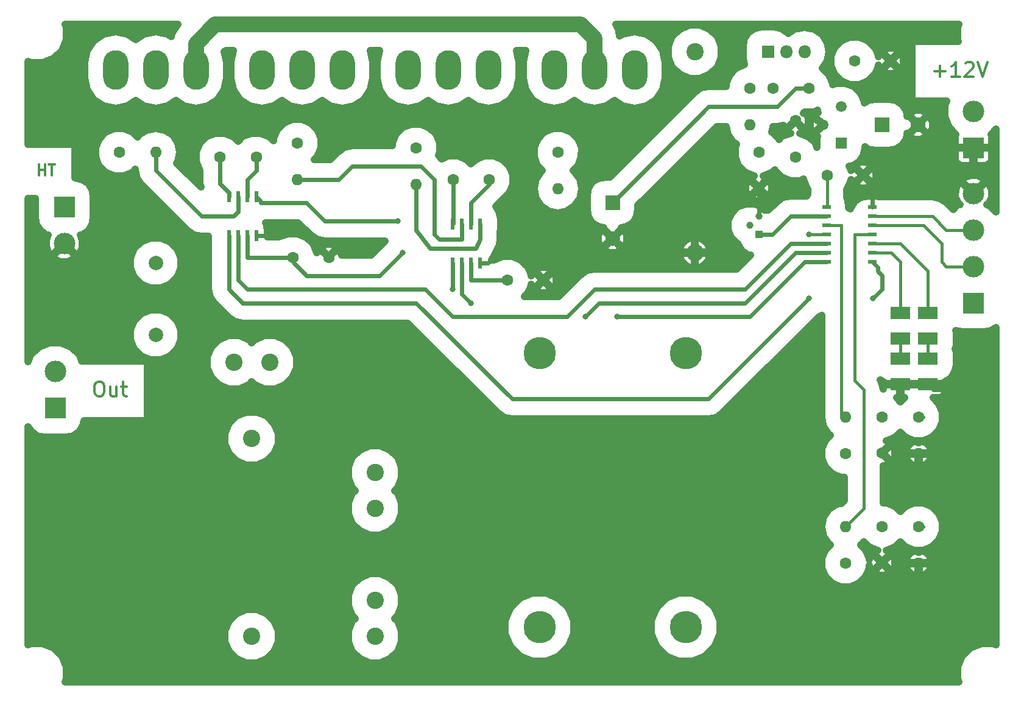
<source format=gbr>
G04 #@! TF.GenerationSoftware,KiCad,Pcbnew,no-vcs-found-bf21640~58~ubuntu16.04.1*
G04 #@! TF.CreationDate,2017-06-15T08:02:58+02:00*
G04 #@! TF.ProjectId,InverterPcb,496E7665727465725063622E6B696361,rev?*
G04 #@! TF.FileFunction,Copper,L1,Top,Signal*
G04 #@! TF.FilePolarity,Positive*
%FSLAX46Y46*%
G04 Gerber Fmt 4.6, Leading zero omitted, Abs format (unit mm)*
G04 Created by KiCad (PCBNEW no-vcs-found-bf21640~58~ubuntu16.04.1) date Thu Jun 15 08:02:58 2017*
%MOMM*%
%LPD*%
G01*
G04 APERTURE LIST*
%ADD10C,0.100000*%
%ADD11C,0.300000*%
%ADD12C,4.500000*%
%ADD13O,3.500120X5.501640*%
%ADD14C,2.400000*%
%ADD15C,2.000000*%
%ADD16O,2.400000X2.400000*%
%ADD17C,1.600000*%
%ADD18R,2.000000X2.000000*%
%ADD19R,0.600000X1.550000*%
%ADD20O,1.600000X1.600000*%
%ADD21C,1.000000*%
%ADD22R,1.000000X1.000000*%
%ADD23R,1.800000X1.800000*%
%ADD24O,1.800000X1.800000*%
%ADD25C,1.520000*%
%ADD26R,1.520000X1.520000*%
%ADD27R,2.794000X1.778000*%
%ADD28R,3.000000X3.000000*%
%ADD29C,3.000000*%
%ADD30R,1.143000X0.508000*%
%ADD31C,0.800000*%
%ADD32C,0.600000*%
%ADD33C,0.400000*%
%ADD34C,2.200000*%
%ADD35C,1.000000*%
G04 APERTURE END LIST*
D10*
D11*
X19320000Y-51478571D02*
X19320000Y-49978571D01*
X19320000Y-50692857D02*
X20177142Y-50692857D01*
X20177142Y-51478571D02*
X20177142Y-49978571D01*
X20677142Y-49978571D02*
X21534285Y-49978571D01*
X21105714Y-51478571D02*
X21105714Y-49978571D01*
X27543333Y-80184761D02*
X27924285Y-80184761D01*
X28114761Y-80280000D01*
X28305238Y-80470476D01*
X28400476Y-80851428D01*
X28400476Y-81518095D01*
X28305238Y-81899047D01*
X28114761Y-82089523D01*
X27924285Y-82184761D01*
X27543333Y-82184761D01*
X27352857Y-82089523D01*
X27162380Y-81899047D01*
X27067142Y-81518095D01*
X27067142Y-80851428D01*
X27162380Y-80470476D01*
X27352857Y-80280000D01*
X27543333Y-80184761D01*
X30114761Y-80851428D02*
X30114761Y-82184761D01*
X29257619Y-80851428D02*
X29257619Y-81899047D01*
X29352857Y-82089523D01*
X29543333Y-82184761D01*
X29829047Y-82184761D01*
X30019523Y-82089523D01*
X30114761Y-81994285D01*
X30781428Y-80851428D02*
X31543333Y-80851428D01*
X31067142Y-80184761D02*
X31067142Y-81899047D01*
X31162380Y-82089523D01*
X31352857Y-82184761D01*
X31543333Y-82184761D01*
X143796190Y-36972857D02*
X145320000Y-36972857D01*
X144558095Y-37734761D02*
X144558095Y-36210952D01*
X147320000Y-37734761D02*
X146177142Y-37734761D01*
X146748571Y-37734761D02*
X146748571Y-35734761D01*
X146558095Y-36020476D01*
X146367619Y-36210952D01*
X146177142Y-36306190D01*
X148081904Y-35925238D02*
X148177142Y-35830000D01*
X148367619Y-35734761D01*
X148843809Y-35734761D01*
X149034285Y-35830000D01*
X149129523Y-35925238D01*
X149224761Y-36115714D01*
X149224761Y-36306190D01*
X149129523Y-36591904D01*
X147986666Y-37734761D01*
X149224761Y-37734761D01*
X149796190Y-35734761D02*
X150462857Y-37734761D01*
X151129523Y-35734761D01*
D12*
X109220000Y-114300000D03*
X109220000Y-76200000D03*
X88900000Y-114300000D03*
X88900000Y-76200000D03*
D13*
X102108000Y-36830000D03*
X90932000Y-36830000D03*
X96520000Y-36830000D03*
X55880000Y-36830000D03*
X50292000Y-36830000D03*
X61468000Y-36830000D03*
X81788000Y-36830000D03*
X70612000Y-36830000D03*
X76200000Y-36830000D03*
X35560000Y-36830000D03*
X29972000Y-36830000D03*
X41148000Y-36830000D03*
D14*
X48895000Y-115570000D03*
X48895000Y-88070000D03*
X66040000Y-115570000D03*
X66040000Y-110570000D03*
X66040000Y-92790000D03*
X66040000Y-97790000D03*
X51435000Y-77470000D03*
X46435000Y-77470000D03*
D15*
X35560000Y-73660000D03*
X35560000Y-63660000D03*
D14*
X110490000Y-34290000D03*
D16*
X110490000Y-62230000D03*
D17*
X76915000Y-52070000D03*
X81915000Y-52070000D03*
X132715000Y-35560000D03*
X137715000Y-35560000D03*
X121365000Y-39370000D03*
X126365000Y-39370000D03*
X49530000Y-48895000D03*
X44530000Y-48895000D03*
X119380000Y-53260000D03*
X119380000Y-48260000D03*
X124460000Y-48895000D03*
X124460000Y-43895000D03*
X136525000Y-105330000D03*
X136525000Y-100330000D03*
X136525000Y-85090000D03*
X136525000Y-90090000D03*
X89455000Y-66040000D03*
X84455000Y-66040000D03*
X54610000Y-62865000D03*
X59610000Y-62865000D03*
D15*
X141525000Y-44450000D03*
D18*
X136525000Y-44450000D03*
X99060000Y-55245000D03*
D15*
X99060000Y-60245000D03*
D19*
X45720000Y-54450000D03*
X46990000Y-54450000D03*
X48260000Y-54450000D03*
X49530000Y-54450000D03*
X49530000Y-59850000D03*
X48260000Y-59850000D03*
X46990000Y-59850000D03*
X45720000Y-59850000D03*
X76835000Y-63660000D03*
X78105000Y-63660000D03*
X79375000Y-63660000D03*
X80645000Y-63660000D03*
X80645000Y-58260000D03*
X79375000Y-58260000D03*
X78105000Y-58260000D03*
X76835000Y-58260000D03*
D20*
X55245000Y-52070000D03*
D17*
X55245000Y-46990000D03*
D20*
X35560000Y-48260000D03*
D17*
X30480000Y-48260000D03*
X91440000Y-48260000D03*
D20*
X91440000Y-53340000D03*
X71755000Y-52705000D03*
D17*
X71755000Y-47625000D03*
X131445000Y-105410000D03*
D20*
X131445000Y-100330000D03*
X141605000Y-105410000D03*
D17*
X141605000Y-100330000D03*
X131445000Y-90170000D03*
D20*
X131445000Y-85090000D03*
X141605000Y-90170000D03*
D17*
X141605000Y-85090000D03*
X118110000Y-39370000D03*
D20*
X118110000Y-44450000D03*
D17*
X128905000Y-51435000D03*
X133905000Y-51435000D03*
D21*
X118110000Y-58420000D03*
X119380000Y-57150000D03*
D22*
X119380000Y-59690000D03*
D23*
X120650000Y-34290000D03*
D24*
X123190000Y-34290000D03*
X125730000Y-34290000D03*
D25*
X128270000Y-44450000D03*
X130810000Y-41910000D03*
D26*
X130810000Y-46990000D03*
D27*
X142875000Y-76962000D03*
X142875000Y-80518000D03*
X142875000Y-74168000D03*
X142875000Y-70612000D03*
X139065000Y-70612000D03*
X139065000Y-74168000D03*
X139065000Y-80518000D03*
X139065000Y-76962000D03*
D28*
X149225000Y-47625000D03*
D29*
X149225000Y-42545000D03*
X149225000Y-64135000D03*
X149225000Y-59055000D03*
D28*
X149225000Y-69215000D03*
D29*
X149225000Y-53975000D03*
X22860000Y-60960000D03*
D28*
X22860000Y-55880000D03*
X21590000Y-83820000D03*
D29*
X21590000Y-78740000D03*
D30*
X128778000Y-55880000D03*
X128778000Y-57150000D03*
X128778000Y-58420000D03*
X128778000Y-59690000D03*
X128778000Y-60960000D03*
X128778000Y-62230000D03*
X128778000Y-63500000D03*
X135128000Y-63500000D03*
X135128000Y-62230000D03*
X135128000Y-59690000D03*
X135128000Y-58420000D03*
X135128000Y-57150000D03*
X135128000Y-55880000D03*
X135128000Y-60960000D03*
D31*
X108585000Y-39370000D03*
X92710000Y-64770000D03*
X146685000Y-81280000D03*
X136525000Y-53340000D03*
X52070000Y-59055000D03*
X69850000Y-62230000D03*
X79375000Y-69215000D03*
X99695000Y-71120000D03*
X76835000Y-67310000D03*
X95250000Y-71120000D03*
X135255000Y-68580000D03*
X126365000Y-68580000D03*
X69215000Y-57785000D03*
X126365000Y-59690000D03*
D32*
X81915000Y-52070000D02*
X81915000Y-52705000D01*
X81915000Y-52705000D02*
X79375000Y-55245000D01*
X79375000Y-55245000D02*
X79375000Y-58260000D01*
X76915000Y-52070000D02*
X76915000Y-58180000D01*
X76915000Y-58180000D02*
X76835000Y-58260000D01*
X119380000Y-57150000D02*
X119380000Y-53260000D01*
X80645000Y-63660000D02*
X81755000Y-63660000D01*
X89535000Y-61595000D02*
X92710000Y-64770000D01*
X83820000Y-61595000D02*
X89535000Y-61595000D01*
X81755000Y-63660000D02*
X83820000Y-61595000D01*
X139065000Y-80518000D02*
X142875000Y-80518000D01*
X142875000Y-80518000D02*
X143637000Y-81280000D01*
X143637000Y-81280000D02*
X146685000Y-81280000D01*
X135128000Y-55880000D02*
X135128000Y-54737000D01*
X135128000Y-54737000D02*
X136525000Y-53340000D01*
X49530000Y-59850000D02*
X51275000Y-59850000D01*
X51275000Y-59850000D02*
X52070000Y-59055000D01*
X56515000Y-65405000D02*
X54610000Y-63500000D01*
X66675000Y-65405000D02*
X56515000Y-65405000D01*
X69850000Y-62230000D02*
X66675000Y-65405000D01*
X54610000Y-63500000D02*
X54610000Y-62865000D01*
X126365000Y-39370000D02*
X124460000Y-39370000D01*
X124460000Y-39370000D02*
X121920000Y-41910000D01*
X121920000Y-41910000D02*
X112395000Y-41910000D01*
X112395000Y-41910000D02*
X99060000Y-55245000D01*
X84455000Y-66040000D02*
X79375000Y-66040000D01*
X79375000Y-66040000D02*
X79375000Y-63660000D01*
X54610000Y-62865000D02*
X48260000Y-62865000D01*
X48260000Y-62865000D02*
X48260000Y-59850000D01*
X44530000Y-48895000D02*
X44530000Y-52625000D01*
X44530000Y-52625000D02*
X45720000Y-53815000D01*
X45720000Y-53815000D02*
X45720000Y-54450000D01*
D33*
X148590000Y-42545000D02*
X149225000Y-42545000D01*
D32*
X78105000Y-58260000D02*
X78105000Y-60325000D01*
X60960000Y-52070000D02*
X55245000Y-52070000D01*
X62865000Y-50165000D02*
X60960000Y-52070000D01*
X72390000Y-50165000D02*
X62865000Y-50165000D01*
X74295000Y-52070000D02*
X72390000Y-50165000D01*
X74295000Y-59690000D02*
X74295000Y-52070000D01*
X74930000Y-60325000D02*
X74295000Y-59690000D01*
X78105000Y-60325000D02*
X74930000Y-60325000D01*
X71755000Y-52705000D02*
X71755000Y-59055000D01*
X80645000Y-60325000D02*
X80645000Y-58260000D01*
X80010000Y-61595000D02*
X80645000Y-60325000D01*
X73660000Y-61595000D02*
X80010000Y-61595000D01*
X71755000Y-59055000D02*
X73660000Y-61595000D01*
X128778000Y-63500000D02*
X125730000Y-63500000D01*
X78105000Y-67945000D02*
X78105000Y-63660000D01*
X79375000Y-69215000D02*
X78105000Y-67945000D01*
X118110000Y-71120000D02*
X99695000Y-71120000D01*
X125730000Y-63500000D02*
X118110000Y-71120000D01*
X128778000Y-62230000D02*
X124460000Y-62230000D01*
X76835000Y-67310000D02*
X76835000Y-63660000D01*
X97155000Y-69215000D02*
X95250000Y-71120000D01*
X117475000Y-69215000D02*
X97155000Y-69215000D01*
X124460000Y-62230000D02*
X117475000Y-69215000D01*
X45720000Y-59850000D02*
X45720000Y-67310000D01*
X135890000Y-64262000D02*
X135128000Y-63500000D01*
X135890000Y-64770000D02*
X135890000Y-64262000D01*
X136525000Y-65405000D02*
X135890000Y-64770000D01*
X136525000Y-67310000D02*
X136525000Y-65405000D01*
X135255000Y-68580000D02*
X136525000Y-67310000D01*
X112395000Y-82550000D02*
X126365000Y-68580000D01*
X85090000Y-82550000D02*
X112395000Y-82550000D01*
X71755000Y-69215000D02*
X85090000Y-82550000D01*
X47625000Y-69215000D02*
X71755000Y-69215000D01*
X45720000Y-67310000D02*
X47625000Y-69215000D01*
X128778000Y-60960000D02*
X123825000Y-60960000D01*
X46990000Y-66040000D02*
X46990000Y-59850000D01*
X48260000Y-67310000D02*
X46990000Y-66040000D01*
X73025000Y-67310000D02*
X48260000Y-67310000D01*
X76835000Y-71120000D02*
X73025000Y-67310000D01*
X92710000Y-71120000D02*
X76835000Y-71120000D01*
X96520000Y-67310000D02*
X92710000Y-71120000D01*
X117475000Y-67310000D02*
X96520000Y-67310000D01*
X123825000Y-60960000D02*
X117475000Y-67310000D01*
X50165000Y-55245000D02*
X50165000Y-55085000D01*
X69215000Y-57785000D02*
X59055000Y-57785000D01*
X59055000Y-57785000D02*
X56515000Y-55245000D01*
X56515000Y-55245000D02*
X50165000Y-55245000D01*
X50165000Y-55085000D02*
X49530000Y-54450000D01*
X35560000Y-48260000D02*
X35560000Y-50800000D01*
X46990000Y-56515000D02*
X46990000Y-54450000D01*
X46355000Y-57150000D02*
X46990000Y-56515000D01*
X41910000Y-57150000D02*
X46355000Y-57150000D01*
X35560000Y-50800000D02*
X41910000Y-57150000D01*
D33*
X128905000Y-51435000D02*
X128905000Y-55753000D01*
X128905000Y-55753000D02*
X128778000Y-55880000D01*
X128778000Y-58420000D02*
X130810000Y-58420000D01*
X130810000Y-58420000D02*
X130810000Y-85090000D01*
X130810000Y-85090000D02*
X131445000Y-85090000D01*
X141605000Y-85090000D02*
X142240000Y-85090000D01*
X128778000Y-59690000D02*
X126365000Y-59690000D01*
X139065000Y-70612000D02*
X139065000Y-63500000D01*
X137795000Y-62230000D02*
X135128000Y-62230000D01*
X139065000Y-63500000D02*
X137795000Y-62230000D01*
X133985000Y-97790000D02*
X133985000Y-81280000D01*
X132715000Y-59690000D02*
X132715000Y-80010000D01*
X132715000Y-80010000D02*
X133985000Y-81280000D01*
X131445000Y-100330000D02*
X133985000Y-97790000D01*
X132715000Y-59690000D02*
X135128000Y-59690000D01*
X141605000Y-100330000D02*
X142240000Y-100330000D01*
X135128000Y-57150000D02*
X143510000Y-57150000D01*
X149225000Y-59055000D02*
X145415000Y-59055000D01*
X145415000Y-59055000D02*
X143510000Y-57150000D01*
X135128000Y-58420000D02*
X142240000Y-58420000D01*
X145415000Y-64135000D02*
X149225000Y-64135000D01*
X144780000Y-63500000D02*
X145415000Y-64135000D01*
X144780000Y-60960000D02*
X144780000Y-63500000D01*
X142240000Y-58420000D02*
X144780000Y-60960000D01*
X135128000Y-60960000D02*
X139065000Y-60960000D01*
X142875000Y-64770000D02*
X142875000Y-70612000D01*
X139065000Y-60960000D02*
X142875000Y-64770000D01*
X142875000Y-74168000D02*
X142875000Y-76962000D01*
X139065000Y-76962000D02*
X139065000Y-74168000D01*
D32*
X128778000Y-57150000D02*
X123825000Y-57150000D01*
X123825000Y-57150000D02*
X121285000Y-59690000D01*
X121285000Y-59690000D02*
X119380000Y-59690000D01*
D33*
X123825000Y-57150000D02*
X128905000Y-57150000D01*
X128905000Y-57150000D02*
X128778000Y-57150000D01*
D34*
X96520000Y-36830000D02*
X96520000Y-32385000D01*
X41148000Y-33147000D02*
X41148000Y-36830000D01*
X43815000Y-30480000D02*
X41148000Y-33147000D01*
X94615000Y-30480000D02*
X43815000Y-30480000D01*
X96520000Y-32385000D02*
X94615000Y-30480000D01*
D32*
X49530000Y-48895000D02*
X49530000Y-50800000D01*
X48260000Y-52070000D02*
X48260000Y-54450000D01*
X49530000Y-50800000D02*
X48260000Y-52070000D01*
D35*
G36*
X38602416Y-30601416D02*
X37822034Y-31769340D01*
X37742114Y-32171125D01*
X37186428Y-31799827D01*
X35560000Y-31476310D01*
X33933572Y-31799827D01*
X32766000Y-32579974D01*
X31598428Y-31799827D01*
X29972000Y-31476310D01*
X28345572Y-31799827D01*
X26966754Y-32721124D01*
X26045457Y-34099942D01*
X25721940Y-35726370D01*
X25721940Y-37933630D01*
X26045457Y-39560058D01*
X26966754Y-40938876D01*
X28345572Y-41860173D01*
X29972000Y-42183690D01*
X31598428Y-41860173D01*
X32766000Y-41080026D01*
X33933572Y-41860173D01*
X35560000Y-42183690D01*
X37186428Y-41860173D01*
X38354000Y-41080026D01*
X39521572Y-41860173D01*
X41148000Y-42183690D01*
X42774428Y-41860173D01*
X44153246Y-40938876D01*
X45074543Y-39560058D01*
X45398060Y-37933630D01*
X45398060Y-35726370D01*
X45109664Y-34276505D01*
X45306169Y-34080000D01*
X46378782Y-34080000D01*
X46365457Y-34099942D01*
X46041940Y-35726370D01*
X46041940Y-37933630D01*
X46365457Y-39560058D01*
X47286754Y-40938876D01*
X48665572Y-41860173D01*
X50292000Y-42183690D01*
X51918428Y-41860173D01*
X53086000Y-41080026D01*
X54253572Y-41860173D01*
X55880000Y-42183690D01*
X57506428Y-41860173D01*
X58674000Y-41080026D01*
X59841572Y-41860173D01*
X61468000Y-42183690D01*
X63094428Y-41860173D01*
X64473246Y-40938876D01*
X65394543Y-39560058D01*
X65718060Y-37933630D01*
X65718060Y-35726370D01*
X65394543Y-34099942D01*
X65381218Y-34080000D01*
X66698782Y-34080000D01*
X66685457Y-34099942D01*
X66361940Y-35726370D01*
X66361940Y-37933630D01*
X66685457Y-39560058D01*
X67606754Y-40938876D01*
X68985572Y-41860173D01*
X70612000Y-42183690D01*
X72238428Y-41860173D01*
X73406000Y-41080026D01*
X74573572Y-41860173D01*
X76200000Y-42183690D01*
X77826428Y-41860173D01*
X78994000Y-41080026D01*
X80161572Y-41860173D01*
X81788000Y-42183690D01*
X83414428Y-41860173D01*
X84793246Y-40938876D01*
X85714543Y-39560058D01*
X86038060Y-37933630D01*
X86038060Y-35726370D01*
X85714543Y-34099942D01*
X85701218Y-34080000D01*
X87018782Y-34080000D01*
X87005457Y-34099942D01*
X86681940Y-35726370D01*
X86681940Y-37933630D01*
X87005457Y-39560058D01*
X87926754Y-40938876D01*
X89305572Y-41860173D01*
X90932000Y-42183690D01*
X92558428Y-41860173D01*
X93726000Y-41080026D01*
X94893572Y-41860173D01*
X96520000Y-42183690D01*
X98146428Y-41860173D01*
X99314000Y-41080026D01*
X100481572Y-41860173D01*
X102108000Y-42183690D01*
X103734428Y-41860173D01*
X105113246Y-40938876D01*
X106034543Y-39560058D01*
X106358060Y-37933630D01*
X106358060Y-35726370D01*
X106218101Y-35022747D01*
X106789359Y-35022747D01*
X107351464Y-36383143D01*
X108391382Y-37424878D01*
X109750796Y-37989356D01*
X111222747Y-37990641D01*
X112583143Y-37428536D01*
X113624878Y-36388618D01*
X114189356Y-35029204D01*
X114190641Y-33557253D01*
X113628536Y-32196857D01*
X112588618Y-31155122D01*
X111229204Y-30590644D01*
X109757253Y-30589359D01*
X108396857Y-31151464D01*
X107355122Y-32191382D01*
X106790644Y-33550796D01*
X106789359Y-35022747D01*
X106218101Y-35022747D01*
X106034543Y-34099942D01*
X105113246Y-32721124D01*
X103734428Y-31799827D01*
X102108000Y-31476310D01*
X100481572Y-31799827D01*
X100059676Y-32081729D01*
X99845966Y-31007340D01*
X99734837Y-30841023D01*
X99516995Y-30515000D01*
X147203402Y-30515000D01*
X147030713Y-30930882D01*
X147029290Y-32561963D01*
X147133843Y-32815000D01*
X140670000Y-32815000D01*
X140670000Y-41115000D01*
X145487651Y-41115000D01*
X145225695Y-41745860D01*
X145224307Y-43337159D01*
X145831987Y-44807858D01*
X146784354Y-45761889D01*
X146717000Y-45924496D01*
X146717000Y-47323000D01*
X146969000Y-47575000D01*
X149175000Y-47575000D01*
X149175000Y-47555000D01*
X149275000Y-47555000D01*
X149275000Y-47575000D01*
X151481000Y-47575000D01*
X151733000Y-47323000D01*
X151733000Y-45924496D01*
X151665249Y-45760931D01*
X152365000Y-45062401D01*
X152365000Y-56538687D01*
X151493777Y-55665942D01*
X151103859Y-55504034D01*
X151322760Y-55437308D01*
X151722678Y-54523218D01*
X151742348Y-53525668D01*
X151378774Y-52596524D01*
X151322760Y-52512692D01*
X150889949Y-52380762D01*
X149295711Y-53975000D01*
X149309853Y-53989142D01*
X149239142Y-54059853D01*
X149225000Y-54045711D01*
X149210858Y-54059853D01*
X149140147Y-53989142D01*
X149154289Y-53975000D01*
X147560051Y-52380762D01*
X147127240Y-52512692D01*
X146727322Y-53426782D01*
X146707652Y-54424332D01*
X147071226Y-55353476D01*
X147127240Y-55437308D01*
X147345150Y-55503732D01*
X146962142Y-55661987D01*
X146400763Y-56222387D01*
X145419188Y-55240812D01*
X144543246Y-54655525D01*
X143510000Y-54450000D01*
X136217201Y-54450000D01*
X135699500Y-54347023D01*
X134556500Y-54347023D01*
X133581049Y-54541052D01*
X132754101Y-55093601D01*
X132201552Y-55920549D01*
X132158643Y-56136267D01*
X131898477Y-55962430D01*
X131898477Y-55626000D01*
X131704448Y-54650549D01*
X131605000Y-54501715D01*
X131605000Y-53402547D01*
X131700973Y-53306741D01*
X131996470Y-52595104D01*
X132815607Y-52595104D01*
X132862314Y-52955200D01*
X133523439Y-53238501D01*
X134242653Y-53247234D01*
X134910463Y-52980071D01*
X134947686Y-52955200D01*
X134994393Y-52595104D01*
X133905000Y-51505711D01*
X132815607Y-52595104D01*
X131996470Y-52595104D01*
X132204426Y-52094290D01*
X132204463Y-52051855D01*
X132359929Y-52440463D01*
X132384800Y-52477686D01*
X132744896Y-52524393D01*
X133834289Y-51435000D01*
X133975711Y-51435000D01*
X135065104Y-52524393D01*
X135425200Y-52477686D01*
X135497033Y-52310051D01*
X147630762Y-52310051D01*
X149225000Y-53904289D01*
X150819238Y-52310051D01*
X150687308Y-51877240D01*
X149773218Y-51477322D01*
X148775668Y-51457652D01*
X147846524Y-51821226D01*
X147762692Y-51877240D01*
X147630762Y-52310051D01*
X135497033Y-52310051D01*
X135708501Y-51816561D01*
X135717234Y-51097347D01*
X135450071Y-50429537D01*
X135425200Y-50392314D01*
X135065104Y-50345607D01*
X133975711Y-51435000D01*
X133834289Y-51435000D01*
X132744896Y-50345607D01*
X132384800Y-50392314D01*
X132205547Y-50810629D01*
X132205572Y-50781469D01*
X131996260Y-50274896D01*
X132815607Y-50274896D01*
X133905000Y-51364289D01*
X134994393Y-50274896D01*
X134947686Y-49914800D01*
X134286561Y-49631499D01*
X133567347Y-49622766D01*
X132899537Y-49889929D01*
X132862314Y-49914800D01*
X132815607Y-50274896D01*
X131996260Y-50274896D01*
X131973081Y-50218799D01*
X132545451Y-50104948D01*
X133372399Y-49552399D01*
X133924948Y-48725451D01*
X134118977Y-47750000D01*
X134118977Y-47517249D01*
X134549549Y-47804948D01*
X135525000Y-47998977D01*
X137525000Y-47998977D01*
X137886853Y-47927000D01*
X146717000Y-47927000D01*
X146717000Y-49325504D01*
X146870459Y-49695986D01*
X147154014Y-49979541D01*
X147524497Y-50133000D01*
X148923000Y-50133000D01*
X149175000Y-49881000D01*
X149175000Y-47675000D01*
X149275000Y-47675000D01*
X149275000Y-49881000D01*
X149527000Y-50133000D01*
X150925503Y-50133000D01*
X151295986Y-49979541D01*
X151579541Y-49695986D01*
X151733000Y-49325504D01*
X151733000Y-47927000D01*
X151481000Y-47675000D01*
X149275000Y-47675000D01*
X149175000Y-47675000D01*
X146969000Y-47675000D01*
X146717000Y-47927000D01*
X137886853Y-47927000D01*
X138500451Y-47804948D01*
X139327399Y-47252399D01*
X139879948Y-46425451D01*
X140013436Y-45754360D01*
X140291351Y-45754360D01*
X140362414Y-46135227D01*
X141095819Y-46451849D01*
X141894563Y-46463708D01*
X142637044Y-46168998D01*
X142687586Y-46135227D01*
X142758649Y-45754360D01*
X141525000Y-44520711D01*
X140291351Y-45754360D01*
X140013436Y-45754360D01*
X140034413Y-45648902D01*
X140220640Y-45683649D01*
X141454289Y-44450000D01*
X141595711Y-44450000D01*
X142829360Y-45683649D01*
X143210227Y-45612586D01*
X143526849Y-44879181D01*
X143538708Y-44080437D01*
X143243998Y-43337956D01*
X143210227Y-43287414D01*
X142829360Y-43216351D01*
X141595711Y-44450000D01*
X141454289Y-44450000D01*
X140220640Y-43216351D01*
X140034413Y-43251098D01*
X140013437Y-43145640D01*
X140291351Y-43145640D01*
X141525000Y-44379289D01*
X142758649Y-43145640D01*
X142687586Y-42764773D01*
X141954181Y-42448151D01*
X141155437Y-42436292D01*
X140412956Y-42731002D01*
X140362414Y-42764773D01*
X140291351Y-43145640D01*
X140013437Y-43145640D01*
X139879948Y-42474549D01*
X139327399Y-41647601D01*
X138500451Y-41095052D01*
X137525000Y-40901023D01*
X135525000Y-40901023D01*
X134549549Y-41095052D01*
X134070432Y-41415187D01*
X134070564Y-41264391D01*
X133575305Y-40065771D01*
X132659053Y-39147918D01*
X131461299Y-38650567D01*
X130164391Y-38649436D01*
X129665451Y-38855594D01*
X129665572Y-38716469D01*
X129164235Y-37503142D01*
X128263281Y-36600613D01*
X128521920Y-36213531D01*
X129414428Y-36213531D01*
X129915765Y-37426858D01*
X130843259Y-38355973D01*
X132055710Y-38859426D01*
X133368531Y-38860572D01*
X134581858Y-38359235D01*
X135510973Y-37431741D01*
X135806470Y-36720104D01*
X136625607Y-36720104D01*
X136672314Y-37080200D01*
X137333439Y-37363501D01*
X138052653Y-37372234D01*
X138720463Y-37105071D01*
X138757686Y-37080200D01*
X138804393Y-36720104D01*
X137715000Y-35630711D01*
X136625607Y-36720104D01*
X135806470Y-36720104D01*
X136014426Y-36219290D01*
X136014463Y-36176855D01*
X136169929Y-36565463D01*
X136194800Y-36602686D01*
X136554896Y-36649393D01*
X137644289Y-35560000D01*
X137785711Y-35560000D01*
X138875104Y-36649393D01*
X139235200Y-36602686D01*
X139518501Y-35941561D01*
X139527234Y-35222347D01*
X139260071Y-34554537D01*
X139235200Y-34517314D01*
X138875104Y-34470607D01*
X137785711Y-35560000D01*
X137644289Y-35560000D01*
X136554896Y-34470607D01*
X136194800Y-34517314D01*
X136015547Y-34935629D01*
X136015572Y-34906469D01*
X135806261Y-34399896D01*
X136625607Y-34399896D01*
X137715000Y-35489289D01*
X138804393Y-34399896D01*
X138757686Y-34039800D01*
X138096561Y-33756499D01*
X137377347Y-33747766D01*
X136709537Y-34014929D01*
X136672314Y-34039800D01*
X136625607Y-34399896D01*
X135806261Y-34399896D01*
X135514235Y-33693142D01*
X134586741Y-32764027D01*
X133374290Y-32260574D01*
X132061469Y-32259428D01*
X130848142Y-32760765D01*
X129919027Y-33688259D01*
X129415574Y-34900710D01*
X129414428Y-36213531D01*
X128521920Y-36213531D01*
X128937800Y-35591124D01*
X129196610Y-34290000D01*
X128937800Y-32988876D01*
X128200773Y-31885837D01*
X127097734Y-31148810D01*
X125796610Y-30890000D01*
X125663390Y-30890000D01*
X124362266Y-31148810D01*
X123461408Y-31750744D01*
X123352399Y-31587601D01*
X122525451Y-31035052D01*
X121550000Y-30841023D01*
X119750000Y-30841023D01*
X118774549Y-31035052D01*
X117947601Y-31587601D01*
X117395052Y-32414549D01*
X117201023Y-33390000D01*
X117201023Y-35190000D01*
X117382067Y-36100170D01*
X116243142Y-36570765D01*
X115314027Y-37498259D01*
X114810574Y-38710710D01*
X114810225Y-39110000D01*
X112395000Y-39110000D01*
X111323486Y-39323137D01*
X110748018Y-39707653D01*
X110415101Y-39930101D01*
X98649179Y-51696023D01*
X98060000Y-51696023D01*
X97084549Y-51890052D01*
X96257601Y-52442601D01*
X95705052Y-53269549D01*
X95511023Y-54245000D01*
X95511023Y-56245000D01*
X95705052Y-57220451D01*
X96257601Y-58047399D01*
X97084549Y-58599948D01*
X97861098Y-58754413D01*
X97826351Y-58940640D01*
X99060000Y-60174289D01*
X100293649Y-58940640D01*
X100258902Y-58754413D01*
X101035451Y-58599948D01*
X101862399Y-58047399D01*
X102414948Y-57220451D01*
X102608977Y-56245000D01*
X102608977Y-55655821D01*
X103844694Y-54420104D01*
X118290607Y-54420104D01*
X118337314Y-54780200D01*
X118998439Y-55063501D01*
X119717653Y-55072234D01*
X120385463Y-54805071D01*
X120422686Y-54780200D01*
X120469393Y-54420104D01*
X119380000Y-53330711D01*
X118290607Y-54420104D01*
X103844694Y-54420104D01*
X104667145Y-53597653D01*
X117567766Y-53597653D01*
X117834929Y-54265463D01*
X117859800Y-54302686D01*
X118219896Y-54349393D01*
X119309289Y-53260000D01*
X119450711Y-53260000D01*
X120540104Y-54349393D01*
X120900200Y-54302686D01*
X121183501Y-53641561D01*
X121192234Y-52922347D01*
X120925071Y-52254537D01*
X120900200Y-52217314D01*
X120540104Y-52170607D01*
X119450711Y-53260000D01*
X119309289Y-53260000D01*
X118219896Y-52170607D01*
X117859800Y-52217314D01*
X117576499Y-52878439D01*
X117567766Y-53597653D01*
X104667145Y-53597653D01*
X113554798Y-44710000D01*
X114848857Y-44710000D01*
X115061198Y-45777506D01*
X115776548Y-46848103D01*
X116259177Y-47170585D01*
X116080574Y-47600710D01*
X116079428Y-48913531D01*
X116580765Y-50126858D01*
X117508259Y-51055973D01*
X118720710Y-51559426D01*
X118763145Y-51559463D01*
X118374537Y-51714929D01*
X118337314Y-51739800D01*
X118290607Y-52099896D01*
X119380000Y-53189289D01*
X120469393Y-52099896D01*
X120422686Y-51739800D01*
X120004371Y-51560547D01*
X120033531Y-51560572D01*
X121246858Y-51059235D01*
X121626888Y-50679868D01*
X121660765Y-50761858D01*
X122588259Y-51690973D01*
X123800710Y-52194426D01*
X125113531Y-52195572D01*
X125604512Y-51992703D01*
X125604428Y-52088531D01*
X126105765Y-53301858D01*
X126205000Y-53401266D01*
X126205000Y-54121577D01*
X126052372Y-54350000D01*
X123825000Y-54350000D01*
X122753486Y-54563137D01*
X121845101Y-55170101D01*
X120677624Y-56337578D01*
X120664154Y-56304429D01*
X120652630Y-56287183D01*
X120323683Y-56277027D01*
X120266645Y-56334065D01*
X120195997Y-56263293D01*
X120252973Y-56206317D01*
X120242817Y-55877370D01*
X119690124Y-55644058D01*
X119240382Y-55641024D01*
X118709355Y-55420522D01*
X117515881Y-55419481D01*
X116412857Y-55875241D01*
X115568207Y-56718418D01*
X115110522Y-57820645D01*
X115109481Y-59014119D01*
X115565241Y-60117143D01*
X116408418Y-60961793D01*
X116491396Y-60996248D01*
X116525052Y-61165451D01*
X117077601Y-61992399D01*
X117904549Y-62544948D01*
X118217921Y-62607281D01*
X116315202Y-64510000D01*
X96520000Y-64510000D01*
X95448486Y-64723137D01*
X94782334Y-65168246D01*
X94540101Y-65330101D01*
X91550202Y-68320000D01*
X86842000Y-68320000D01*
X87250973Y-67911741D01*
X87546470Y-67200104D01*
X88365607Y-67200104D01*
X88412314Y-67560200D01*
X89073439Y-67843501D01*
X89792653Y-67852234D01*
X90460463Y-67585071D01*
X90497686Y-67560200D01*
X90544393Y-67200104D01*
X89455000Y-66110711D01*
X88365607Y-67200104D01*
X87546470Y-67200104D01*
X87754426Y-66699290D01*
X87754463Y-66656855D01*
X87909929Y-67045463D01*
X87934800Y-67082686D01*
X88294896Y-67129393D01*
X89384289Y-66040000D01*
X89525711Y-66040000D01*
X90615104Y-67129393D01*
X90975200Y-67082686D01*
X91258501Y-66421561D01*
X91267234Y-65702347D01*
X91000071Y-65034537D01*
X90975200Y-64997314D01*
X90615104Y-64950607D01*
X89525711Y-66040000D01*
X89384289Y-66040000D01*
X88294896Y-64950607D01*
X87934800Y-64997314D01*
X87755547Y-65415629D01*
X87755572Y-65386469D01*
X87546261Y-64879896D01*
X88365607Y-64879896D01*
X89455000Y-65969289D01*
X90544393Y-64879896D01*
X90497686Y-64519800D01*
X89836561Y-64236499D01*
X89117347Y-64227766D01*
X88449537Y-64494929D01*
X88412314Y-64519800D01*
X88365607Y-64879896D01*
X87546261Y-64879896D01*
X87254235Y-64173142D01*
X86326741Y-63244027D01*
X85114290Y-62740574D01*
X83801469Y-62739428D01*
X82589993Y-63240000D01*
X82223977Y-63240000D01*
X82223977Y-63224577D01*
X82239235Y-63201741D01*
X82514396Y-62847198D01*
X82625643Y-62624703D01*
X108317563Y-62624703D01*
X108633976Y-63426014D01*
X109232952Y-64045242D01*
X110023302Y-64388116D01*
X110095297Y-64402435D01*
X110440000Y-64185361D01*
X110440000Y-62280000D01*
X110540000Y-62280000D01*
X110540000Y-64185361D01*
X110884703Y-64402435D01*
X110956698Y-64388116D01*
X111747048Y-64045242D01*
X112346024Y-63426014D01*
X112662437Y-62624703D01*
X112445436Y-62280000D01*
X110540000Y-62280000D01*
X110440000Y-62280000D01*
X108534564Y-62280000D01*
X108317563Y-62624703D01*
X82625643Y-62624703D01*
X83149396Y-61577198D01*
X83157019Y-61549360D01*
X97826351Y-61549360D01*
X97897414Y-61930227D01*
X98630819Y-62246849D01*
X99429563Y-62258708D01*
X100172044Y-61963998D01*
X100222586Y-61930227D01*
X100240298Y-61835297D01*
X108317563Y-61835297D01*
X108534564Y-62180000D01*
X110440000Y-62180000D01*
X110440000Y-60274639D01*
X110540000Y-60274639D01*
X110540000Y-62180000D01*
X112445436Y-62180000D01*
X112662437Y-61835297D01*
X112346024Y-61033986D01*
X111747048Y-60414758D01*
X110956698Y-60071884D01*
X110884703Y-60057565D01*
X110540000Y-60274639D01*
X110440000Y-60274639D01*
X110095297Y-60057565D01*
X110023302Y-60071884D01*
X109232952Y-60414758D01*
X108633976Y-61033986D01*
X108317563Y-61835297D01*
X100240298Y-61835297D01*
X100293649Y-61549360D01*
X99060000Y-60315711D01*
X97826351Y-61549360D01*
X83157019Y-61549360D01*
X83175968Y-61480166D01*
X83231863Y-61396514D01*
X83319419Y-60956342D01*
X83413015Y-60614563D01*
X97046292Y-60614563D01*
X97341002Y-61357044D01*
X97374773Y-61407586D01*
X97755640Y-61478649D01*
X98989289Y-60245000D01*
X99130711Y-60245000D01*
X100364360Y-61478649D01*
X100745227Y-61407586D01*
X101061849Y-60674181D01*
X101073708Y-59875437D01*
X100778998Y-59132956D01*
X100745227Y-59082414D01*
X100364360Y-59011351D01*
X99130711Y-60245000D01*
X98989289Y-60245000D01*
X97755640Y-59011351D01*
X97374773Y-59082414D01*
X97058151Y-59815819D01*
X97046292Y-60614563D01*
X83413015Y-60614563D01*
X83437956Y-60523489D01*
X83425373Y-60423673D01*
X83445000Y-60325000D01*
X83445000Y-59281224D01*
X83493977Y-59035000D01*
X83493977Y-57485000D01*
X83299948Y-56509549D01*
X82807400Y-55772398D01*
X83660362Y-54919436D01*
X83781858Y-54869235D01*
X84710973Y-53941741D01*
X85214426Y-52729290D01*
X85215572Y-51416469D01*
X84714235Y-50203142D01*
X83786741Y-49274027D01*
X82918570Y-48913531D01*
X88139428Y-48913531D01*
X88640765Y-50126858D01*
X89315205Y-50802477D01*
X89106548Y-50941897D01*
X88391198Y-52012494D01*
X88140000Y-53275349D01*
X88140000Y-53404651D01*
X88391198Y-54667506D01*
X89106548Y-55738103D01*
X90177145Y-56453453D01*
X91440000Y-56704651D01*
X92702855Y-56453453D01*
X93773452Y-55738103D01*
X94488802Y-54667506D01*
X94740000Y-53404651D01*
X94740000Y-53275349D01*
X94488802Y-52012494D01*
X93773452Y-50941897D01*
X93564358Y-50802185D01*
X94235973Y-50131741D01*
X94739426Y-48919290D01*
X94740572Y-47606469D01*
X94239235Y-46393142D01*
X93311741Y-45464027D01*
X92099290Y-44960574D01*
X90786469Y-44959428D01*
X89573142Y-45460765D01*
X88644027Y-46388259D01*
X88140574Y-47600710D01*
X88139428Y-48913531D01*
X82918570Y-48913531D01*
X82574290Y-48770574D01*
X81261469Y-48769428D01*
X80048142Y-49270765D01*
X79414709Y-49903093D01*
X78786741Y-49274027D01*
X77574290Y-48770574D01*
X76261469Y-48769428D01*
X75336440Y-49151642D01*
X74882686Y-48697888D01*
X75054426Y-48284290D01*
X75055572Y-46971469D01*
X74554235Y-45758142D01*
X73626741Y-44829027D01*
X72414290Y-44325574D01*
X71101469Y-44324428D01*
X69888142Y-44825765D01*
X68959027Y-45753259D01*
X68455574Y-46965710D01*
X68455225Y-47365000D01*
X62865000Y-47365000D01*
X61793486Y-47578137D01*
X60959223Y-48135574D01*
X60885101Y-48185101D01*
X59800202Y-49270000D01*
X57632000Y-49270000D01*
X58040973Y-48861741D01*
X58544426Y-47649290D01*
X58545572Y-46336469D01*
X58044235Y-45123142D01*
X57116741Y-44194027D01*
X55904290Y-43690574D01*
X54591469Y-43689428D01*
X53378142Y-44190765D01*
X52449027Y-45118259D01*
X51945574Y-46330710D01*
X51945301Y-46643537D01*
X51401741Y-46099027D01*
X50189290Y-45595574D01*
X48876469Y-45594428D01*
X47663142Y-46095765D01*
X47029709Y-46728093D01*
X46401741Y-46099027D01*
X45189290Y-45595574D01*
X43876469Y-45594428D01*
X42663142Y-46095765D01*
X41734027Y-47023259D01*
X41230574Y-48235710D01*
X41229428Y-49548531D01*
X41730000Y-50760007D01*
X41730000Y-52625000D01*
X41825647Y-53105849D01*
X38500899Y-49781101D01*
X38673453Y-49522855D01*
X38924651Y-48260000D01*
X38673453Y-46997145D01*
X37958103Y-45926548D01*
X36887506Y-45211198D01*
X35624651Y-44960000D01*
X35495349Y-44960000D01*
X34232494Y-45211198D01*
X33161897Y-45926548D01*
X33022185Y-46135642D01*
X32351741Y-45464027D01*
X31139290Y-44960574D01*
X29826469Y-44959428D01*
X28613142Y-45460765D01*
X27684027Y-46388259D01*
X27180574Y-47600710D01*
X27179428Y-48913531D01*
X27680765Y-50126858D01*
X28608259Y-51055973D01*
X29820710Y-51559426D01*
X31133531Y-51560572D01*
X32346858Y-51059235D01*
X32760000Y-50646814D01*
X32760000Y-50800000D01*
X32973137Y-51871514D01*
X33580101Y-52779899D01*
X39930101Y-59129899D01*
X40838486Y-59736863D01*
X41910000Y-59950000D01*
X42871023Y-59950000D01*
X42871023Y-60625000D01*
X42920000Y-60871224D01*
X42920000Y-67310000D01*
X43133137Y-68381514D01*
X43740101Y-69289899D01*
X45645101Y-71194899D01*
X46553486Y-71801863D01*
X47625000Y-72015000D01*
X70595202Y-72015000D01*
X83110101Y-84529899D01*
X84018486Y-85136863D01*
X85090000Y-85350000D01*
X112395000Y-85350000D01*
X113466514Y-85136863D01*
X114374899Y-84529899D01*
X127765787Y-71139011D01*
X128005572Y-71039934D01*
X128110000Y-70935688D01*
X128110000Y-85090000D01*
X128315525Y-86123245D01*
X128347051Y-86170427D01*
X128396198Y-86417506D01*
X129111548Y-87488103D01*
X129320642Y-87627815D01*
X128649027Y-88298259D01*
X128145574Y-89510710D01*
X128144428Y-90823531D01*
X128645765Y-92036858D01*
X129573259Y-92965973D01*
X130785710Y-93469426D01*
X131285000Y-93469862D01*
X131285000Y-96671623D01*
X130878613Y-97078011D01*
X130182145Y-97216547D01*
X129111548Y-97931897D01*
X128396198Y-99002494D01*
X128145000Y-100265349D01*
X128145000Y-100394651D01*
X128396198Y-101657506D01*
X129111548Y-102728103D01*
X129320642Y-102867815D01*
X128649027Y-103538259D01*
X128145574Y-104750710D01*
X128144428Y-106063531D01*
X128645765Y-107276858D01*
X129573259Y-108205973D01*
X130785710Y-108709426D01*
X132098531Y-108710572D01*
X133311858Y-108209235D01*
X134240973Y-107281741D01*
X134569688Y-106490104D01*
X135435607Y-106490104D01*
X135482314Y-106850200D01*
X136143439Y-107133501D01*
X136862653Y-107142234D01*
X137530463Y-106875071D01*
X137567686Y-106850200D01*
X137614393Y-106490104D01*
X136525000Y-105400711D01*
X135435607Y-106490104D01*
X134569688Y-106490104D01*
X134744426Y-106069290D01*
X134744707Y-105747494D01*
X134979929Y-106335463D01*
X135004800Y-106372686D01*
X135364896Y-106419393D01*
X136454289Y-105330000D01*
X136595711Y-105330000D01*
X137685104Y-106419393D01*
X138045200Y-106372686D01*
X138315410Y-105742110D01*
X139827761Y-105742110D01*
X140090138Y-106396950D01*
X140583139Y-106901535D01*
X141231709Y-107179048D01*
X141272890Y-107187235D01*
X141555000Y-106965196D01*
X141555000Y-105460000D01*
X141655000Y-105460000D01*
X141655000Y-106965196D01*
X141937110Y-107187235D01*
X141978291Y-107179048D01*
X142626861Y-106901535D01*
X143119862Y-106396950D01*
X143382239Y-105742110D01*
X143160312Y-105460000D01*
X141655000Y-105460000D01*
X141555000Y-105460000D01*
X140049688Y-105460000D01*
X139827761Y-105742110D01*
X138315410Y-105742110D01*
X138328501Y-105711561D01*
X138337234Y-104992347D01*
X138070071Y-104324537D01*
X138045200Y-104287314D01*
X137685104Y-104240607D01*
X136595711Y-105330000D01*
X136454289Y-105330000D01*
X135364896Y-104240607D01*
X135004800Y-104287314D01*
X134745453Y-104892538D01*
X134745572Y-104756469D01*
X134244235Y-103543142D01*
X133569795Y-102867523D01*
X133778452Y-102728103D01*
X133969964Y-102441484D01*
X134653259Y-103125973D01*
X135865710Y-103629426D01*
X135908145Y-103629463D01*
X135519537Y-103784929D01*
X135482314Y-103809800D01*
X135435607Y-104169896D01*
X136525000Y-105259289D01*
X137614393Y-104169896D01*
X137567686Y-103809800D01*
X137149371Y-103630547D01*
X137178531Y-103630572D01*
X138391858Y-103129235D01*
X139065361Y-102456907D01*
X139733259Y-103125973D01*
X140945710Y-103629426D01*
X141554998Y-103629958D01*
X141554998Y-103854802D01*
X141272890Y-103632765D01*
X141231709Y-103640952D01*
X140583139Y-103918465D01*
X140090138Y-104423050D01*
X139827761Y-105077890D01*
X140049688Y-105360000D01*
X141555000Y-105360000D01*
X141555000Y-105340000D01*
X141655000Y-105340000D01*
X141655000Y-105360000D01*
X143160312Y-105360000D01*
X143382239Y-105077890D01*
X143119862Y-104423050D01*
X142626861Y-103918465D01*
X141978291Y-103640952D01*
X141937110Y-103632765D01*
X141655002Y-103854802D01*
X141655002Y-103630045D01*
X142258531Y-103630572D01*
X143471858Y-103129235D01*
X144400973Y-102201741D01*
X144904426Y-100989290D01*
X144904847Y-100506725D01*
X144940000Y-100330000D01*
X144905154Y-100154819D01*
X144905572Y-99676469D01*
X144404235Y-98463142D01*
X143476741Y-97534027D01*
X142264290Y-97030574D01*
X140951469Y-97029428D01*
X139738142Y-97530765D01*
X139064639Y-98203093D01*
X138396741Y-97534027D01*
X137184290Y-97030574D01*
X136685000Y-97030138D01*
X136685000Y-91900077D01*
X136862653Y-91902234D01*
X137530463Y-91635071D01*
X137567686Y-91610200D01*
X137614393Y-91250104D01*
X136685000Y-90320711D01*
X136685000Y-90179289D01*
X137685104Y-91179393D01*
X138045200Y-91132686D01*
X138315410Y-90502110D01*
X139827761Y-90502110D01*
X140090138Y-91156950D01*
X140583139Y-91661535D01*
X141231709Y-91939048D01*
X141272890Y-91947235D01*
X141555000Y-91725196D01*
X141555000Y-90220000D01*
X141655000Y-90220000D01*
X141655000Y-91725196D01*
X141937110Y-91947235D01*
X141978291Y-91939048D01*
X142626861Y-91661535D01*
X143119862Y-91156950D01*
X143382239Y-90502110D01*
X143160312Y-90220000D01*
X141655000Y-90220000D01*
X141555000Y-90220000D01*
X140049688Y-90220000D01*
X139827761Y-90502110D01*
X138315410Y-90502110D01*
X138328501Y-90471561D01*
X138337234Y-89752347D01*
X138070071Y-89084537D01*
X138045200Y-89047314D01*
X137685104Y-89000607D01*
X136685000Y-90000711D01*
X136685000Y-89859289D01*
X137614393Y-88929896D01*
X137567686Y-88569800D01*
X137149371Y-88390547D01*
X137178531Y-88390572D01*
X138391858Y-87889235D01*
X139065361Y-87216907D01*
X139733259Y-87885973D01*
X140945710Y-88389426D01*
X141554998Y-88389958D01*
X141554998Y-88614802D01*
X141272890Y-88392765D01*
X141231709Y-88400952D01*
X140583139Y-88678465D01*
X140090138Y-89183050D01*
X139827761Y-89837890D01*
X140049688Y-90120000D01*
X141555000Y-90120000D01*
X141555000Y-90100000D01*
X141655000Y-90100000D01*
X141655000Y-90120000D01*
X143160312Y-90120000D01*
X143382239Y-89837890D01*
X143119862Y-89183050D01*
X142626861Y-88678465D01*
X141978291Y-88400952D01*
X141937110Y-88392765D01*
X141655002Y-88614802D01*
X141655002Y-88390045D01*
X142258531Y-88390572D01*
X143471858Y-87889235D01*
X144400973Y-86961741D01*
X144904426Y-85749290D01*
X144904847Y-85266725D01*
X144940000Y-85090000D01*
X144905154Y-84914819D01*
X144905572Y-84436469D01*
X144404235Y-83223142D01*
X143597503Y-82415000D01*
X144472503Y-82415000D01*
X144842986Y-82261541D01*
X145126541Y-81977986D01*
X145280000Y-81607504D01*
X145280000Y-80820000D01*
X145028000Y-80568000D01*
X142925000Y-80568000D01*
X142925000Y-80588000D01*
X142825000Y-80588000D01*
X142825000Y-80568000D01*
X139115000Y-80568000D01*
X139115000Y-82163000D01*
X139367000Y-82415000D01*
X139613690Y-82415000D01*
X139064639Y-82963093D01*
X138517503Y-82415000D01*
X138763000Y-82415000D01*
X139015000Y-82163000D01*
X139015000Y-80568000D01*
X136912000Y-80568000D01*
X136660000Y-80820000D01*
X136660000Y-81154316D01*
X136479475Y-80246755D01*
X136479475Y-80246754D01*
X136258359Y-79915832D01*
X136660000Y-80184199D01*
X136660000Y-80216000D01*
X136912000Y-80468000D01*
X139015000Y-80468000D01*
X139015000Y-80448000D01*
X139115000Y-80448000D01*
X139115000Y-80468000D01*
X142825000Y-80468000D01*
X142825000Y-80448000D01*
X142925000Y-80448000D01*
X142925000Y-80468000D01*
X145028000Y-80468000D01*
X145280000Y-80216000D01*
X145280000Y-80184199D01*
X146074399Y-79653399D01*
X146626948Y-78826451D01*
X146820977Y-77851000D01*
X146820977Y-76073000D01*
X146719930Y-75565000D01*
X146820977Y-75057000D01*
X146820977Y-73279000D01*
X146780624Y-73076129D01*
X147725000Y-73263977D01*
X150725000Y-73263977D01*
X151700451Y-73069948D01*
X152365000Y-72625911D01*
X152365000Y-116723402D01*
X151949118Y-116550713D01*
X150318037Y-116549290D01*
X148810571Y-117172162D01*
X147656216Y-118324504D01*
X147030713Y-119830882D01*
X147029290Y-121461963D01*
X147204085Y-121885000D01*
X22976598Y-121885000D01*
X23149287Y-121469118D01*
X23150710Y-119838037D01*
X22527838Y-118330571D01*
X21375496Y-117176216D01*
X19869118Y-116550713D01*
X18238037Y-116549290D01*
X17815000Y-116724085D01*
X17815000Y-116302747D01*
X45194359Y-116302747D01*
X45756464Y-117663143D01*
X46796382Y-118704878D01*
X48155796Y-119269356D01*
X49627747Y-119270641D01*
X50988143Y-118708536D01*
X52029878Y-117668618D01*
X52594356Y-116309204D01*
X52595641Y-114837253D01*
X52033536Y-113476857D01*
X50993618Y-112435122D01*
X49634204Y-111870644D01*
X48162253Y-111869359D01*
X46801857Y-112431464D01*
X45760122Y-113471382D01*
X45195644Y-114830796D01*
X45194359Y-116302747D01*
X17815000Y-116302747D01*
X17815000Y-111302747D01*
X62339359Y-111302747D01*
X62901464Y-112663143D01*
X63307409Y-113069797D01*
X62905122Y-113471382D01*
X62340644Y-114830796D01*
X62339359Y-116302747D01*
X62901464Y-117663143D01*
X63941382Y-118704878D01*
X65300796Y-119269356D01*
X66772747Y-119270641D01*
X68133143Y-118708536D01*
X69174878Y-117668618D01*
X69739356Y-116309204D01*
X69740288Y-115240688D01*
X84149177Y-115240688D01*
X84870798Y-116987144D01*
X86205828Y-118324506D01*
X87951021Y-119049174D01*
X89840688Y-119050823D01*
X91587144Y-118329202D01*
X92924506Y-116994172D01*
X93649174Y-115248979D01*
X93649181Y-115240688D01*
X104469177Y-115240688D01*
X105190798Y-116987144D01*
X106525828Y-118324506D01*
X108271021Y-119049174D01*
X110160688Y-119050823D01*
X111907144Y-118329202D01*
X113244506Y-116994172D01*
X113969174Y-115248979D01*
X113970823Y-113359312D01*
X113249202Y-111612856D01*
X111914172Y-110275494D01*
X110168979Y-109550826D01*
X108279312Y-109549177D01*
X106532856Y-110270798D01*
X105195494Y-111605828D01*
X104470826Y-113351021D01*
X104469177Y-115240688D01*
X93649181Y-115240688D01*
X93650823Y-113359312D01*
X92929202Y-111612856D01*
X91594172Y-110275494D01*
X89848979Y-109550826D01*
X87959312Y-109549177D01*
X86212856Y-110270798D01*
X84875494Y-111605828D01*
X84150826Y-113351021D01*
X84149177Y-115240688D01*
X69740288Y-115240688D01*
X69740641Y-114837253D01*
X69178536Y-113476857D01*
X68772591Y-113070203D01*
X69174878Y-112668618D01*
X69739356Y-111309204D01*
X69740641Y-109837253D01*
X69178536Y-108476857D01*
X68138618Y-107435122D01*
X66779204Y-106870644D01*
X65307253Y-106869359D01*
X63946857Y-107431464D01*
X62905122Y-108471382D01*
X62340644Y-109830796D01*
X62339359Y-111302747D01*
X17815000Y-111302747D01*
X17815000Y-93522747D01*
X62339359Y-93522747D01*
X62901464Y-94883143D01*
X63307409Y-95289797D01*
X62905122Y-95691382D01*
X62340644Y-97050796D01*
X62339359Y-98522747D01*
X62901464Y-99883143D01*
X63941382Y-100924878D01*
X65300796Y-101489356D01*
X66772747Y-101490641D01*
X68133143Y-100928536D01*
X69174878Y-99888618D01*
X69739356Y-98529204D01*
X69740641Y-97057253D01*
X69178536Y-95696857D01*
X68772591Y-95290203D01*
X69174878Y-94888618D01*
X69739356Y-93529204D01*
X69740641Y-92057253D01*
X69178536Y-90696857D01*
X68138618Y-89655122D01*
X66779204Y-89090644D01*
X65307253Y-89089359D01*
X63946857Y-89651464D01*
X62905122Y-90691382D01*
X62340644Y-92050796D01*
X62339359Y-93522747D01*
X17815000Y-93522747D01*
X17815000Y-88802747D01*
X45194359Y-88802747D01*
X45756464Y-90163143D01*
X46796382Y-91204878D01*
X48155796Y-91769356D01*
X49627747Y-91770641D01*
X50988143Y-91208536D01*
X52029878Y-90168618D01*
X52594356Y-88809204D01*
X52595641Y-87337253D01*
X52033536Y-85976857D01*
X50993618Y-84935122D01*
X49634204Y-84370644D01*
X48162253Y-84369359D01*
X46801857Y-84931464D01*
X45760122Y-85971382D01*
X45195644Y-87330796D01*
X45194359Y-88802747D01*
X17815000Y-88802747D01*
X17815000Y-86415102D01*
X18287601Y-87122399D01*
X19114549Y-87674948D01*
X20090000Y-87868977D01*
X23090000Y-87868977D01*
X24065451Y-87674948D01*
X24892399Y-87122399D01*
X25444948Y-86295451D01*
X25590244Y-85565000D01*
X34383810Y-85565000D01*
X34383810Y-78202747D01*
X42734359Y-78202747D01*
X43296464Y-79563143D01*
X44336382Y-80604878D01*
X45695796Y-81169356D01*
X47167747Y-81170641D01*
X48528143Y-80608536D01*
X48934797Y-80202591D01*
X49336382Y-80604878D01*
X50695796Y-81169356D01*
X52167747Y-81170641D01*
X53528143Y-80608536D01*
X54569878Y-79568618D01*
X55134356Y-78209204D01*
X55135641Y-76737253D01*
X54573536Y-75376857D01*
X53533618Y-74335122D01*
X52174204Y-73770644D01*
X50702253Y-73769359D01*
X49341857Y-74331464D01*
X48935203Y-74737409D01*
X48533618Y-74335122D01*
X47174204Y-73770644D01*
X45702253Y-73769359D01*
X44341857Y-74331464D01*
X43300122Y-75371382D01*
X42735644Y-76730796D01*
X42734359Y-78202747D01*
X34383810Y-78202747D01*
X34383810Y-77265000D01*
X25308549Y-77265000D01*
X24983013Y-76477142D01*
X23858777Y-75350942D01*
X22389140Y-74740695D01*
X20797841Y-74739307D01*
X19327142Y-75346987D01*
X18200942Y-76471223D01*
X17815000Y-77400674D01*
X17815000Y-74353139D01*
X32059394Y-74353139D01*
X32591114Y-75640001D01*
X33574821Y-76625425D01*
X34860753Y-77159391D01*
X36253139Y-77160606D01*
X37540001Y-76628886D01*
X38525425Y-75645179D01*
X39059391Y-74359247D01*
X39060606Y-72966861D01*
X38528886Y-71679999D01*
X37545179Y-70694575D01*
X36259247Y-70160609D01*
X34866861Y-70159394D01*
X33579999Y-70691114D01*
X32594575Y-71674821D01*
X32060609Y-72960753D01*
X32059394Y-74353139D01*
X17815000Y-74353139D01*
X17815000Y-64353139D01*
X32059394Y-64353139D01*
X32591114Y-65640001D01*
X33574821Y-66625425D01*
X34860753Y-67159391D01*
X36253139Y-67160606D01*
X37540001Y-66628886D01*
X38525425Y-65645179D01*
X39059391Y-64359247D01*
X39060606Y-62966861D01*
X38528886Y-61679999D01*
X37545179Y-60694575D01*
X36259247Y-60160609D01*
X34866861Y-60159394D01*
X33579999Y-60691114D01*
X32594575Y-61674821D01*
X32060609Y-62960753D01*
X32059394Y-64353139D01*
X17815000Y-64353139D01*
X17815000Y-62624949D01*
X21265762Y-62624949D01*
X21397692Y-63057760D01*
X22311782Y-63457678D01*
X23309332Y-63477348D01*
X24238476Y-63113774D01*
X24322308Y-63057760D01*
X24454238Y-62624949D01*
X22860000Y-61030711D01*
X21265762Y-62624949D01*
X17815000Y-62624949D01*
X17815000Y-54695000D01*
X18811023Y-54695000D01*
X18811023Y-57380000D01*
X19005052Y-58355451D01*
X19557601Y-59182399D01*
X20384549Y-59734948D01*
X20636512Y-59785067D01*
X20362322Y-60411782D01*
X20342652Y-61409332D01*
X20706226Y-62338476D01*
X20762240Y-62422308D01*
X21195051Y-62554238D01*
X22789289Y-60960000D01*
X22775147Y-60945858D01*
X22845858Y-60875147D01*
X22860000Y-60889289D01*
X22874142Y-60875147D01*
X22944853Y-60945858D01*
X22930711Y-60960000D01*
X24524949Y-62554238D01*
X24957760Y-62422308D01*
X25357678Y-61508218D01*
X25377348Y-60510668D01*
X25092703Y-59783234D01*
X25335451Y-59734948D01*
X26162399Y-59182399D01*
X26714948Y-58355451D01*
X26908977Y-57380000D01*
X26908977Y-54380000D01*
X26714948Y-53404549D01*
X26162399Y-52577601D01*
X25335451Y-52025052D01*
X24360000Y-51831023D01*
X24327143Y-51831023D01*
X24327143Y-47145000D01*
X17815000Y-47145000D01*
X17815000Y-35676598D01*
X18230882Y-35849287D01*
X19861963Y-35850710D01*
X21369429Y-35227838D01*
X22523784Y-34075496D01*
X23149287Y-32569118D01*
X23150710Y-30938037D01*
X22975915Y-30515000D01*
X38688832Y-30515000D01*
X38602416Y-30601416D01*
X38602416Y-30601416D01*
G37*
X38602416Y-30601416D02*
X37822034Y-31769340D01*
X37742114Y-32171125D01*
X37186428Y-31799827D01*
X35560000Y-31476310D01*
X33933572Y-31799827D01*
X32766000Y-32579974D01*
X31598428Y-31799827D01*
X29972000Y-31476310D01*
X28345572Y-31799827D01*
X26966754Y-32721124D01*
X26045457Y-34099942D01*
X25721940Y-35726370D01*
X25721940Y-37933630D01*
X26045457Y-39560058D01*
X26966754Y-40938876D01*
X28345572Y-41860173D01*
X29972000Y-42183690D01*
X31598428Y-41860173D01*
X32766000Y-41080026D01*
X33933572Y-41860173D01*
X35560000Y-42183690D01*
X37186428Y-41860173D01*
X38354000Y-41080026D01*
X39521572Y-41860173D01*
X41148000Y-42183690D01*
X42774428Y-41860173D01*
X44153246Y-40938876D01*
X45074543Y-39560058D01*
X45398060Y-37933630D01*
X45398060Y-35726370D01*
X45109664Y-34276505D01*
X45306169Y-34080000D01*
X46378782Y-34080000D01*
X46365457Y-34099942D01*
X46041940Y-35726370D01*
X46041940Y-37933630D01*
X46365457Y-39560058D01*
X47286754Y-40938876D01*
X48665572Y-41860173D01*
X50292000Y-42183690D01*
X51918428Y-41860173D01*
X53086000Y-41080026D01*
X54253572Y-41860173D01*
X55880000Y-42183690D01*
X57506428Y-41860173D01*
X58674000Y-41080026D01*
X59841572Y-41860173D01*
X61468000Y-42183690D01*
X63094428Y-41860173D01*
X64473246Y-40938876D01*
X65394543Y-39560058D01*
X65718060Y-37933630D01*
X65718060Y-35726370D01*
X65394543Y-34099942D01*
X65381218Y-34080000D01*
X66698782Y-34080000D01*
X66685457Y-34099942D01*
X66361940Y-35726370D01*
X66361940Y-37933630D01*
X66685457Y-39560058D01*
X67606754Y-40938876D01*
X68985572Y-41860173D01*
X70612000Y-42183690D01*
X72238428Y-41860173D01*
X73406000Y-41080026D01*
X74573572Y-41860173D01*
X76200000Y-42183690D01*
X77826428Y-41860173D01*
X78994000Y-41080026D01*
X80161572Y-41860173D01*
X81788000Y-42183690D01*
X83414428Y-41860173D01*
X84793246Y-40938876D01*
X85714543Y-39560058D01*
X86038060Y-37933630D01*
X86038060Y-35726370D01*
X85714543Y-34099942D01*
X85701218Y-34080000D01*
X87018782Y-34080000D01*
X87005457Y-34099942D01*
X86681940Y-35726370D01*
X86681940Y-37933630D01*
X87005457Y-39560058D01*
X87926754Y-40938876D01*
X89305572Y-41860173D01*
X90932000Y-42183690D01*
X92558428Y-41860173D01*
X93726000Y-41080026D01*
X94893572Y-41860173D01*
X96520000Y-42183690D01*
X98146428Y-41860173D01*
X99314000Y-41080026D01*
X100481572Y-41860173D01*
X102108000Y-42183690D01*
X103734428Y-41860173D01*
X105113246Y-40938876D01*
X106034543Y-39560058D01*
X106358060Y-37933630D01*
X106358060Y-35726370D01*
X106218101Y-35022747D01*
X106789359Y-35022747D01*
X107351464Y-36383143D01*
X108391382Y-37424878D01*
X109750796Y-37989356D01*
X111222747Y-37990641D01*
X112583143Y-37428536D01*
X113624878Y-36388618D01*
X114189356Y-35029204D01*
X114190641Y-33557253D01*
X113628536Y-32196857D01*
X112588618Y-31155122D01*
X111229204Y-30590644D01*
X109757253Y-30589359D01*
X108396857Y-31151464D01*
X107355122Y-32191382D01*
X106790644Y-33550796D01*
X106789359Y-35022747D01*
X106218101Y-35022747D01*
X106034543Y-34099942D01*
X105113246Y-32721124D01*
X103734428Y-31799827D01*
X102108000Y-31476310D01*
X100481572Y-31799827D01*
X100059676Y-32081729D01*
X99845966Y-31007340D01*
X99734837Y-30841023D01*
X99516995Y-30515000D01*
X147203402Y-30515000D01*
X147030713Y-30930882D01*
X147029290Y-32561963D01*
X147133843Y-32815000D01*
X140670000Y-32815000D01*
X140670000Y-41115000D01*
X145487651Y-41115000D01*
X145225695Y-41745860D01*
X145224307Y-43337159D01*
X145831987Y-44807858D01*
X146784354Y-45761889D01*
X146717000Y-45924496D01*
X146717000Y-47323000D01*
X146969000Y-47575000D01*
X149175000Y-47575000D01*
X149175000Y-47555000D01*
X149275000Y-47555000D01*
X149275000Y-47575000D01*
X151481000Y-47575000D01*
X151733000Y-47323000D01*
X151733000Y-45924496D01*
X151665249Y-45760931D01*
X152365000Y-45062401D01*
X152365000Y-56538687D01*
X151493777Y-55665942D01*
X151103859Y-55504034D01*
X151322760Y-55437308D01*
X151722678Y-54523218D01*
X151742348Y-53525668D01*
X151378774Y-52596524D01*
X151322760Y-52512692D01*
X150889949Y-52380762D01*
X149295711Y-53975000D01*
X149309853Y-53989142D01*
X149239142Y-54059853D01*
X149225000Y-54045711D01*
X149210858Y-54059853D01*
X149140147Y-53989142D01*
X149154289Y-53975000D01*
X147560051Y-52380762D01*
X147127240Y-52512692D01*
X146727322Y-53426782D01*
X146707652Y-54424332D01*
X147071226Y-55353476D01*
X147127240Y-55437308D01*
X147345150Y-55503732D01*
X146962142Y-55661987D01*
X146400763Y-56222387D01*
X145419188Y-55240812D01*
X144543246Y-54655525D01*
X143510000Y-54450000D01*
X136217201Y-54450000D01*
X135699500Y-54347023D01*
X134556500Y-54347023D01*
X133581049Y-54541052D01*
X132754101Y-55093601D01*
X132201552Y-55920549D01*
X132158643Y-56136267D01*
X131898477Y-55962430D01*
X131898477Y-55626000D01*
X131704448Y-54650549D01*
X131605000Y-54501715D01*
X131605000Y-53402547D01*
X131700973Y-53306741D01*
X131996470Y-52595104D01*
X132815607Y-52595104D01*
X132862314Y-52955200D01*
X133523439Y-53238501D01*
X134242653Y-53247234D01*
X134910463Y-52980071D01*
X134947686Y-52955200D01*
X134994393Y-52595104D01*
X133905000Y-51505711D01*
X132815607Y-52595104D01*
X131996470Y-52595104D01*
X132204426Y-52094290D01*
X132204463Y-52051855D01*
X132359929Y-52440463D01*
X132384800Y-52477686D01*
X132744896Y-52524393D01*
X133834289Y-51435000D01*
X133975711Y-51435000D01*
X135065104Y-52524393D01*
X135425200Y-52477686D01*
X135497033Y-52310051D01*
X147630762Y-52310051D01*
X149225000Y-53904289D01*
X150819238Y-52310051D01*
X150687308Y-51877240D01*
X149773218Y-51477322D01*
X148775668Y-51457652D01*
X147846524Y-51821226D01*
X147762692Y-51877240D01*
X147630762Y-52310051D01*
X135497033Y-52310051D01*
X135708501Y-51816561D01*
X135717234Y-51097347D01*
X135450071Y-50429537D01*
X135425200Y-50392314D01*
X135065104Y-50345607D01*
X133975711Y-51435000D01*
X133834289Y-51435000D01*
X132744896Y-50345607D01*
X132384800Y-50392314D01*
X132205547Y-50810629D01*
X132205572Y-50781469D01*
X131996260Y-50274896D01*
X132815607Y-50274896D01*
X133905000Y-51364289D01*
X134994393Y-50274896D01*
X134947686Y-49914800D01*
X134286561Y-49631499D01*
X133567347Y-49622766D01*
X132899537Y-49889929D01*
X132862314Y-49914800D01*
X132815607Y-50274896D01*
X131996260Y-50274896D01*
X131973081Y-50218799D01*
X132545451Y-50104948D01*
X133372399Y-49552399D01*
X133924948Y-48725451D01*
X134118977Y-47750000D01*
X134118977Y-47517249D01*
X134549549Y-47804948D01*
X135525000Y-47998977D01*
X137525000Y-47998977D01*
X137886853Y-47927000D01*
X146717000Y-47927000D01*
X146717000Y-49325504D01*
X146870459Y-49695986D01*
X147154014Y-49979541D01*
X147524497Y-50133000D01*
X148923000Y-50133000D01*
X149175000Y-49881000D01*
X149175000Y-47675000D01*
X149275000Y-47675000D01*
X149275000Y-49881000D01*
X149527000Y-50133000D01*
X150925503Y-50133000D01*
X151295986Y-49979541D01*
X151579541Y-49695986D01*
X151733000Y-49325504D01*
X151733000Y-47927000D01*
X151481000Y-47675000D01*
X149275000Y-47675000D01*
X149175000Y-47675000D01*
X146969000Y-47675000D01*
X146717000Y-47927000D01*
X137886853Y-47927000D01*
X138500451Y-47804948D01*
X139327399Y-47252399D01*
X139879948Y-46425451D01*
X140013436Y-45754360D01*
X140291351Y-45754360D01*
X140362414Y-46135227D01*
X141095819Y-46451849D01*
X141894563Y-46463708D01*
X142637044Y-46168998D01*
X142687586Y-46135227D01*
X142758649Y-45754360D01*
X141525000Y-44520711D01*
X140291351Y-45754360D01*
X140013436Y-45754360D01*
X140034413Y-45648902D01*
X140220640Y-45683649D01*
X141454289Y-44450000D01*
X141595711Y-44450000D01*
X142829360Y-45683649D01*
X143210227Y-45612586D01*
X143526849Y-44879181D01*
X143538708Y-44080437D01*
X143243998Y-43337956D01*
X143210227Y-43287414D01*
X142829360Y-43216351D01*
X141595711Y-44450000D01*
X141454289Y-44450000D01*
X140220640Y-43216351D01*
X140034413Y-43251098D01*
X140013437Y-43145640D01*
X140291351Y-43145640D01*
X141525000Y-44379289D01*
X142758649Y-43145640D01*
X142687586Y-42764773D01*
X141954181Y-42448151D01*
X141155437Y-42436292D01*
X140412956Y-42731002D01*
X140362414Y-42764773D01*
X140291351Y-43145640D01*
X140013437Y-43145640D01*
X139879948Y-42474549D01*
X139327399Y-41647601D01*
X138500451Y-41095052D01*
X137525000Y-40901023D01*
X135525000Y-40901023D01*
X134549549Y-41095052D01*
X134070432Y-41415187D01*
X134070564Y-41264391D01*
X133575305Y-40065771D01*
X132659053Y-39147918D01*
X131461299Y-38650567D01*
X130164391Y-38649436D01*
X129665451Y-38855594D01*
X129665572Y-38716469D01*
X129164235Y-37503142D01*
X128263281Y-36600613D01*
X128521920Y-36213531D01*
X129414428Y-36213531D01*
X129915765Y-37426858D01*
X130843259Y-38355973D01*
X132055710Y-38859426D01*
X133368531Y-38860572D01*
X134581858Y-38359235D01*
X135510973Y-37431741D01*
X135806470Y-36720104D01*
X136625607Y-36720104D01*
X136672314Y-37080200D01*
X137333439Y-37363501D01*
X138052653Y-37372234D01*
X138720463Y-37105071D01*
X138757686Y-37080200D01*
X138804393Y-36720104D01*
X137715000Y-35630711D01*
X136625607Y-36720104D01*
X135806470Y-36720104D01*
X136014426Y-36219290D01*
X136014463Y-36176855D01*
X136169929Y-36565463D01*
X136194800Y-36602686D01*
X136554896Y-36649393D01*
X137644289Y-35560000D01*
X137785711Y-35560000D01*
X138875104Y-36649393D01*
X139235200Y-36602686D01*
X139518501Y-35941561D01*
X139527234Y-35222347D01*
X139260071Y-34554537D01*
X139235200Y-34517314D01*
X138875104Y-34470607D01*
X137785711Y-35560000D01*
X137644289Y-35560000D01*
X136554896Y-34470607D01*
X136194800Y-34517314D01*
X136015547Y-34935629D01*
X136015572Y-34906469D01*
X135806261Y-34399896D01*
X136625607Y-34399896D01*
X137715000Y-35489289D01*
X138804393Y-34399896D01*
X138757686Y-34039800D01*
X138096561Y-33756499D01*
X137377347Y-33747766D01*
X136709537Y-34014929D01*
X136672314Y-34039800D01*
X136625607Y-34399896D01*
X135806261Y-34399896D01*
X135514235Y-33693142D01*
X134586741Y-32764027D01*
X133374290Y-32260574D01*
X132061469Y-32259428D01*
X130848142Y-32760765D01*
X129919027Y-33688259D01*
X129415574Y-34900710D01*
X129414428Y-36213531D01*
X128521920Y-36213531D01*
X128937800Y-35591124D01*
X129196610Y-34290000D01*
X128937800Y-32988876D01*
X128200773Y-31885837D01*
X127097734Y-31148810D01*
X125796610Y-30890000D01*
X125663390Y-30890000D01*
X124362266Y-31148810D01*
X123461408Y-31750744D01*
X123352399Y-31587601D01*
X122525451Y-31035052D01*
X121550000Y-30841023D01*
X119750000Y-30841023D01*
X118774549Y-31035052D01*
X117947601Y-31587601D01*
X117395052Y-32414549D01*
X117201023Y-33390000D01*
X117201023Y-35190000D01*
X117382067Y-36100170D01*
X116243142Y-36570765D01*
X115314027Y-37498259D01*
X114810574Y-38710710D01*
X114810225Y-39110000D01*
X112395000Y-39110000D01*
X111323486Y-39323137D01*
X110748018Y-39707653D01*
X110415101Y-39930101D01*
X98649179Y-51696023D01*
X98060000Y-51696023D01*
X97084549Y-51890052D01*
X96257601Y-52442601D01*
X95705052Y-53269549D01*
X95511023Y-54245000D01*
X95511023Y-56245000D01*
X95705052Y-57220451D01*
X96257601Y-58047399D01*
X97084549Y-58599948D01*
X97861098Y-58754413D01*
X97826351Y-58940640D01*
X99060000Y-60174289D01*
X100293649Y-58940640D01*
X100258902Y-58754413D01*
X101035451Y-58599948D01*
X101862399Y-58047399D01*
X102414948Y-57220451D01*
X102608977Y-56245000D01*
X102608977Y-55655821D01*
X103844694Y-54420104D01*
X118290607Y-54420104D01*
X118337314Y-54780200D01*
X118998439Y-55063501D01*
X119717653Y-55072234D01*
X120385463Y-54805071D01*
X120422686Y-54780200D01*
X120469393Y-54420104D01*
X119380000Y-53330711D01*
X118290607Y-54420104D01*
X103844694Y-54420104D01*
X104667145Y-53597653D01*
X117567766Y-53597653D01*
X117834929Y-54265463D01*
X117859800Y-54302686D01*
X118219896Y-54349393D01*
X119309289Y-53260000D01*
X119450711Y-53260000D01*
X120540104Y-54349393D01*
X120900200Y-54302686D01*
X121183501Y-53641561D01*
X121192234Y-52922347D01*
X120925071Y-52254537D01*
X120900200Y-52217314D01*
X120540104Y-52170607D01*
X119450711Y-53260000D01*
X119309289Y-53260000D01*
X118219896Y-52170607D01*
X117859800Y-52217314D01*
X117576499Y-52878439D01*
X117567766Y-53597653D01*
X104667145Y-53597653D01*
X113554798Y-44710000D01*
X114848857Y-44710000D01*
X115061198Y-45777506D01*
X115776548Y-46848103D01*
X116259177Y-47170585D01*
X116080574Y-47600710D01*
X116079428Y-48913531D01*
X116580765Y-50126858D01*
X117508259Y-51055973D01*
X118720710Y-51559426D01*
X118763145Y-51559463D01*
X118374537Y-51714929D01*
X118337314Y-51739800D01*
X118290607Y-52099896D01*
X119380000Y-53189289D01*
X120469393Y-52099896D01*
X120422686Y-51739800D01*
X120004371Y-51560547D01*
X120033531Y-51560572D01*
X121246858Y-51059235D01*
X121626888Y-50679868D01*
X121660765Y-50761858D01*
X122588259Y-51690973D01*
X123800710Y-52194426D01*
X125113531Y-52195572D01*
X125604512Y-51992703D01*
X125604428Y-52088531D01*
X126105765Y-53301858D01*
X126205000Y-53401266D01*
X126205000Y-54121577D01*
X126052372Y-54350000D01*
X123825000Y-54350000D01*
X122753486Y-54563137D01*
X121845101Y-55170101D01*
X120677624Y-56337578D01*
X120664154Y-56304429D01*
X120652630Y-56287183D01*
X120323683Y-56277027D01*
X120266645Y-56334065D01*
X120195997Y-56263293D01*
X120252973Y-56206317D01*
X120242817Y-55877370D01*
X119690124Y-55644058D01*
X119240382Y-55641024D01*
X118709355Y-55420522D01*
X117515881Y-55419481D01*
X116412857Y-55875241D01*
X115568207Y-56718418D01*
X115110522Y-57820645D01*
X115109481Y-59014119D01*
X115565241Y-60117143D01*
X116408418Y-60961793D01*
X116491396Y-60996248D01*
X116525052Y-61165451D01*
X117077601Y-61992399D01*
X117904549Y-62544948D01*
X118217921Y-62607281D01*
X116315202Y-64510000D01*
X96520000Y-64510000D01*
X95448486Y-64723137D01*
X94782334Y-65168246D01*
X94540101Y-65330101D01*
X91550202Y-68320000D01*
X86842000Y-68320000D01*
X87250973Y-67911741D01*
X87546470Y-67200104D01*
X88365607Y-67200104D01*
X88412314Y-67560200D01*
X89073439Y-67843501D01*
X89792653Y-67852234D01*
X90460463Y-67585071D01*
X90497686Y-67560200D01*
X90544393Y-67200104D01*
X89455000Y-66110711D01*
X88365607Y-67200104D01*
X87546470Y-67200104D01*
X87754426Y-66699290D01*
X87754463Y-66656855D01*
X87909929Y-67045463D01*
X87934800Y-67082686D01*
X88294896Y-67129393D01*
X89384289Y-66040000D01*
X89525711Y-66040000D01*
X90615104Y-67129393D01*
X90975200Y-67082686D01*
X91258501Y-66421561D01*
X91267234Y-65702347D01*
X91000071Y-65034537D01*
X90975200Y-64997314D01*
X90615104Y-64950607D01*
X89525711Y-66040000D01*
X89384289Y-66040000D01*
X88294896Y-64950607D01*
X87934800Y-64997314D01*
X87755547Y-65415629D01*
X87755572Y-65386469D01*
X87546261Y-64879896D01*
X88365607Y-64879896D01*
X89455000Y-65969289D01*
X90544393Y-64879896D01*
X90497686Y-64519800D01*
X89836561Y-64236499D01*
X89117347Y-64227766D01*
X88449537Y-64494929D01*
X88412314Y-64519800D01*
X88365607Y-64879896D01*
X87546261Y-64879896D01*
X87254235Y-64173142D01*
X86326741Y-63244027D01*
X85114290Y-62740574D01*
X83801469Y-62739428D01*
X82589993Y-63240000D01*
X82223977Y-63240000D01*
X82223977Y-63224577D01*
X82239235Y-63201741D01*
X82514396Y-62847198D01*
X82625643Y-62624703D01*
X108317563Y-62624703D01*
X108633976Y-63426014D01*
X109232952Y-64045242D01*
X110023302Y-64388116D01*
X110095297Y-64402435D01*
X110440000Y-64185361D01*
X110440000Y-62280000D01*
X110540000Y-62280000D01*
X110540000Y-64185361D01*
X110884703Y-64402435D01*
X110956698Y-64388116D01*
X111747048Y-64045242D01*
X112346024Y-63426014D01*
X112662437Y-62624703D01*
X112445436Y-62280000D01*
X110540000Y-62280000D01*
X110440000Y-62280000D01*
X108534564Y-62280000D01*
X108317563Y-62624703D01*
X82625643Y-62624703D01*
X83149396Y-61577198D01*
X83157019Y-61549360D01*
X97826351Y-61549360D01*
X97897414Y-61930227D01*
X98630819Y-62246849D01*
X99429563Y-62258708D01*
X100172044Y-61963998D01*
X100222586Y-61930227D01*
X100240298Y-61835297D01*
X108317563Y-61835297D01*
X108534564Y-62180000D01*
X110440000Y-62180000D01*
X110440000Y-60274639D01*
X110540000Y-60274639D01*
X110540000Y-62180000D01*
X112445436Y-62180000D01*
X112662437Y-61835297D01*
X112346024Y-61033986D01*
X111747048Y-60414758D01*
X110956698Y-60071884D01*
X110884703Y-60057565D01*
X110540000Y-60274639D01*
X110440000Y-60274639D01*
X110095297Y-60057565D01*
X110023302Y-60071884D01*
X109232952Y-60414758D01*
X108633976Y-61033986D01*
X108317563Y-61835297D01*
X100240298Y-61835297D01*
X100293649Y-61549360D01*
X99060000Y-60315711D01*
X97826351Y-61549360D01*
X83157019Y-61549360D01*
X83175968Y-61480166D01*
X83231863Y-61396514D01*
X83319419Y-60956342D01*
X83413015Y-60614563D01*
X97046292Y-60614563D01*
X97341002Y-61357044D01*
X97374773Y-61407586D01*
X97755640Y-61478649D01*
X98989289Y-60245000D01*
X99130711Y-60245000D01*
X100364360Y-61478649D01*
X100745227Y-61407586D01*
X101061849Y-60674181D01*
X101073708Y-59875437D01*
X100778998Y-59132956D01*
X100745227Y-59082414D01*
X100364360Y-59011351D01*
X99130711Y-60245000D01*
X98989289Y-60245000D01*
X97755640Y-59011351D01*
X97374773Y-59082414D01*
X97058151Y-59815819D01*
X97046292Y-60614563D01*
X83413015Y-60614563D01*
X83437956Y-60523489D01*
X83425373Y-60423673D01*
X83445000Y-60325000D01*
X83445000Y-59281224D01*
X83493977Y-59035000D01*
X83493977Y-57485000D01*
X83299948Y-56509549D01*
X82807400Y-55772398D01*
X83660362Y-54919436D01*
X83781858Y-54869235D01*
X84710973Y-53941741D01*
X85214426Y-52729290D01*
X85215572Y-51416469D01*
X84714235Y-50203142D01*
X83786741Y-49274027D01*
X82918570Y-48913531D01*
X88139428Y-48913531D01*
X88640765Y-50126858D01*
X89315205Y-50802477D01*
X89106548Y-50941897D01*
X88391198Y-52012494D01*
X88140000Y-53275349D01*
X88140000Y-53404651D01*
X88391198Y-54667506D01*
X89106548Y-55738103D01*
X90177145Y-56453453D01*
X91440000Y-56704651D01*
X92702855Y-56453453D01*
X93773452Y-55738103D01*
X94488802Y-54667506D01*
X94740000Y-53404651D01*
X94740000Y-53275349D01*
X94488802Y-52012494D01*
X93773452Y-50941897D01*
X93564358Y-50802185D01*
X94235973Y-50131741D01*
X94739426Y-48919290D01*
X94740572Y-47606469D01*
X94239235Y-46393142D01*
X93311741Y-45464027D01*
X92099290Y-44960574D01*
X90786469Y-44959428D01*
X89573142Y-45460765D01*
X88644027Y-46388259D01*
X88140574Y-47600710D01*
X88139428Y-48913531D01*
X82918570Y-48913531D01*
X82574290Y-48770574D01*
X81261469Y-48769428D01*
X80048142Y-49270765D01*
X79414709Y-49903093D01*
X78786741Y-49274027D01*
X77574290Y-48770574D01*
X76261469Y-48769428D01*
X75336440Y-49151642D01*
X74882686Y-48697888D01*
X75054426Y-48284290D01*
X75055572Y-46971469D01*
X74554235Y-45758142D01*
X73626741Y-44829027D01*
X72414290Y-44325574D01*
X71101469Y-44324428D01*
X69888142Y-44825765D01*
X68959027Y-45753259D01*
X68455574Y-46965710D01*
X68455225Y-47365000D01*
X62865000Y-47365000D01*
X61793486Y-47578137D01*
X60959223Y-48135574D01*
X60885101Y-48185101D01*
X59800202Y-49270000D01*
X57632000Y-49270000D01*
X58040973Y-48861741D01*
X58544426Y-47649290D01*
X58545572Y-46336469D01*
X58044235Y-45123142D01*
X57116741Y-44194027D01*
X55904290Y-43690574D01*
X54591469Y-43689428D01*
X53378142Y-44190765D01*
X52449027Y-45118259D01*
X51945574Y-46330710D01*
X51945301Y-46643537D01*
X51401741Y-46099027D01*
X50189290Y-45595574D01*
X48876469Y-45594428D01*
X47663142Y-46095765D01*
X47029709Y-46728093D01*
X46401741Y-46099027D01*
X45189290Y-45595574D01*
X43876469Y-45594428D01*
X42663142Y-46095765D01*
X41734027Y-47023259D01*
X41230574Y-48235710D01*
X41229428Y-49548531D01*
X41730000Y-50760007D01*
X41730000Y-52625000D01*
X41825647Y-53105849D01*
X38500899Y-49781101D01*
X38673453Y-49522855D01*
X38924651Y-48260000D01*
X38673453Y-46997145D01*
X37958103Y-45926548D01*
X36887506Y-45211198D01*
X35624651Y-44960000D01*
X35495349Y-44960000D01*
X34232494Y-45211198D01*
X33161897Y-45926548D01*
X33022185Y-46135642D01*
X32351741Y-45464027D01*
X31139290Y-44960574D01*
X29826469Y-44959428D01*
X28613142Y-45460765D01*
X27684027Y-46388259D01*
X27180574Y-47600710D01*
X27179428Y-48913531D01*
X27680765Y-50126858D01*
X28608259Y-51055973D01*
X29820710Y-51559426D01*
X31133531Y-51560572D01*
X32346858Y-51059235D01*
X32760000Y-50646814D01*
X32760000Y-50800000D01*
X32973137Y-51871514D01*
X33580101Y-52779899D01*
X39930101Y-59129899D01*
X40838486Y-59736863D01*
X41910000Y-59950000D01*
X42871023Y-59950000D01*
X42871023Y-60625000D01*
X42920000Y-60871224D01*
X42920000Y-67310000D01*
X43133137Y-68381514D01*
X43740101Y-69289899D01*
X45645101Y-71194899D01*
X46553486Y-71801863D01*
X47625000Y-72015000D01*
X70595202Y-72015000D01*
X83110101Y-84529899D01*
X84018486Y-85136863D01*
X85090000Y-85350000D01*
X112395000Y-85350000D01*
X113466514Y-85136863D01*
X114374899Y-84529899D01*
X127765787Y-71139011D01*
X128005572Y-71039934D01*
X128110000Y-70935688D01*
X128110000Y-85090000D01*
X128315525Y-86123245D01*
X128347051Y-86170427D01*
X128396198Y-86417506D01*
X129111548Y-87488103D01*
X129320642Y-87627815D01*
X128649027Y-88298259D01*
X128145574Y-89510710D01*
X128144428Y-90823531D01*
X128645765Y-92036858D01*
X129573259Y-92965973D01*
X130785710Y-93469426D01*
X131285000Y-93469862D01*
X131285000Y-96671623D01*
X130878613Y-97078011D01*
X130182145Y-97216547D01*
X129111548Y-97931897D01*
X128396198Y-99002494D01*
X128145000Y-100265349D01*
X128145000Y-100394651D01*
X128396198Y-101657506D01*
X129111548Y-102728103D01*
X129320642Y-102867815D01*
X128649027Y-103538259D01*
X128145574Y-104750710D01*
X128144428Y-106063531D01*
X128645765Y-107276858D01*
X129573259Y-108205973D01*
X130785710Y-108709426D01*
X132098531Y-108710572D01*
X133311858Y-108209235D01*
X134240973Y-107281741D01*
X134569688Y-106490104D01*
X135435607Y-106490104D01*
X135482314Y-106850200D01*
X136143439Y-107133501D01*
X136862653Y-107142234D01*
X137530463Y-106875071D01*
X137567686Y-106850200D01*
X137614393Y-106490104D01*
X136525000Y-105400711D01*
X135435607Y-106490104D01*
X134569688Y-106490104D01*
X134744426Y-106069290D01*
X134744707Y-105747494D01*
X134979929Y-106335463D01*
X135004800Y-106372686D01*
X135364896Y-106419393D01*
X136454289Y-105330000D01*
X136595711Y-105330000D01*
X137685104Y-106419393D01*
X138045200Y-106372686D01*
X138315410Y-105742110D01*
X139827761Y-105742110D01*
X140090138Y-106396950D01*
X140583139Y-106901535D01*
X141231709Y-107179048D01*
X141272890Y-107187235D01*
X141555000Y-106965196D01*
X141555000Y-105460000D01*
X141655000Y-105460000D01*
X141655000Y-106965196D01*
X141937110Y-107187235D01*
X141978291Y-107179048D01*
X142626861Y-106901535D01*
X143119862Y-106396950D01*
X143382239Y-105742110D01*
X143160312Y-105460000D01*
X141655000Y-105460000D01*
X141555000Y-105460000D01*
X140049688Y-105460000D01*
X139827761Y-105742110D01*
X138315410Y-105742110D01*
X138328501Y-105711561D01*
X138337234Y-104992347D01*
X138070071Y-104324537D01*
X138045200Y-104287314D01*
X137685104Y-104240607D01*
X136595711Y-105330000D01*
X136454289Y-105330000D01*
X135364896Y-104240607D01*
X135004800Y-104287314D01*
X134745453Y-104892538D01*
X134745572Y-104756469D01*
X134244235Y-103543142D01*
X133569795Y-102867523D01*
X133778452Y-102728103D01*
X133969964Y-102441484D01*
X134653259Y-103125973D01*
X135865710Y-103629426D01*
X135908145Y-103629463D01*
X135519537Y-103784929D01*
X135482314Y-103809800D01*
X135435607Y-104169896D01*
X136525000Y-105259289D01*
X137614393Y-104169896D01*
X137567686Y-103809800D01*
X137149371Y-103630547D01*
X137178531Y-103630572D01*
X138391858Y-103129235D01*
X139065361Y-102456907D01*
X139733259Y-103125973D01*
X140945710Y-103629426D01*
X141554998Y-103629958D01*
X141554998Y-103854802D01*
X141272890Y-103632765D01*
X141231709Y-103640952D01*
X140583139Y-103918465D01*
X140090138Y-104423050D01*
X139827761Y-105077890D01*
X140049688Y-105360000D01*
X141555000Y-105360000D01*
X141555000Y-105340000D01*
X141655000Y-105340000D01*
X141655000Y-105360000D01*
X143160312Y-105360000D01*
X143382239Y-105077890D01*
X143119862Y-104423050D01*
X142626861Y-103918465D01*
X141978291Y-103640952D01*
X141937110Y-103632765D01*
X141655002Y-103854802D01*
X141655002Y-103630045D01*
X142258531Y-103630572D01*
X143471858Y-103129235D01*
X144400973Y-102201741D01*
X144904426Y-100989290D01*
X144904847Y-100506725D01*
X144940000Y-100330000D01*
X144905154Y-100154819D01*
X144905572Y-99676469D01*
X144404235Y-98463142D01*
X143476741Y-97534027D01*
X142264290Y-97030574D01*
X140951469Y-97029428D01*
X139738142Y-97530765D01*
X139064639Y-98203093D01*
X138396741Y-97534027D01*
X137184290Y-97030574D01*
X136685000Y-97030138D01*
X136685000Y-91900077D01*
X136862653Y-91902234D01*
X137530463Y-91635071D01*
X137567686Y-91610200D01*
X137614393Y-91250104D01*
X136685000Y-90320711D01*
X136685000Y-90179289D01*
X137685104Y-91179393D01*
X138045200Y-91132686D01*
X138315410Y-90502110D01*
X139827761Y-90502110D01*
X140090138Y-91156950D01*
X140583139Y-91661535D01*
X141231709Y-91939048D01*
X141272890Y-91947235D01*
X141555000Y-91725196D01*
X141555000Y-90220000D01*
X141655000Y-90220000D01*
X141655000Y-91725196D01*
X141937110Y-91947235D01*
X141978291Y-91939048D01*
X142626861Y-91661535D01*
X143119862Y-91156950D01*
X143382239Y-90502110D01*
X143160312Y-90220000D01*
X141655000Y-90220000D01*
X141555000Y-90220000D01*
X140049688Y-90220000D01*
X139827761Y-90502110D01*
X138315410Y-90502110D01*
X138328501Y-90471561D01*
X138337234Y-89752347D01*
X138070071Y-89084537D01*
X138045200Y-89047314D01*
X137685104Y-89000607D01*
X136685000Y-90000711D01*
X136685000Y-89859289D01*
X137614393Y-88929896D01*
X137567686Y-88569800D01*
X137149371Y-88390547D01*
X137178531Y-88390572D01*
X138391858Y-87889235D01*
X139065361Y-87216907D01*
X139733259Y-87885973D01*
X140945710Y-88389426D01*
X141554998Y-88389958D01*
X141554998Y-88614802D01*
X141272890Y-88392765D01*
X141231709Y-88400952D01*
X140583139Y-88678465D01*
X140090138Y-89183050D01*
X139827761Y-89837890D01*
X140049688Y-90120000D01*
X141555000Y-90120000D01*
X141555000Y-90100000D01*
X141655000Y-90100000D01*
X141655000Y-90120000D01*
X143160312Y-90120000D01*
X143382239Y-89837890D01*
X143119862Y-89183050D01*
X142626861Y-88678465D01*
X141978291Y-88400952D01*
X141937110Y-88392765D01*
X141655002Y-88614802D01*
X141655002Y-88390045D01*
X142258531Y-88390572D01*
X143471858Y-87889235D01*
X144400973Y-86961741D01*
X144904426Y-85749290D01*
X144904847Y-85266725D01*
X144940000Y-85090000D01*
X144905154Y-84914819D01*
X144905572Y-84436469D01*
X144404235Y-83223142D01*
X143597503Y-82415000D01*
X144472503Y-82415000D01*
X144842986Y-82261541D01*
X145126541Y-81977986D01*
X145280000Y-81607504D01*
X145280000Y-80820000D01*
X145028000Y-80568000D01*
X142925000Y-80568000D01*
X142925000Y-80588000D01*
X142825000Y-80588000D01*
X142825000Y-80568000D01*
X139115000Y-80568000D01*
X139115000Y-82163000D01*
X139367000Y-82415000D01*
X139613690Y-82415000D01*
X139064639Y-82963093D01*
X138517503Y-82415000D01*
X138763000Y-82415000D01*
X139015000Y-82163000D01*
X139015000Y-80568000D01*
X136912000Y-80568000D01*
X136660000Y-80820000D01*
X136660000Y-81154316D01*
X136479475Y-80246755D01*
X136479475Y-80246754D01*
X136258359Y-79915832D01*
X136660000Y-80184199D01*
X136660000Y-80216000D01*
X136912000Y-80468000D01*
X139015000Y-80468000D01*
X139015000Y-80448000D01*
X139115000Y-80448000D01*
X139115000Y-80468000D01*
X142825000Y-80468000D01*
X142825000Y-80448000D01*
X142925000Y-80448000D01*
X142925000Y-80468000D01*
X145028000Y-80468000D01*
X145280000Y-80216000D01*
X145280000Y-80184199D01*
X146074399Y-79653399D01*
X146626948Y-78826451D01*
X146820977Y-77851000D01*
X146820977Y-76073000D01*
X146719930Y-75565000D01*
X146820977Y-75057000D01*
X146820977Y-73279000D01*
X146780624Y-73076129D01*
X147725000Y-73263977D01*
X150725000Y-73263977D01*
X151700451Y-73069948D01*
X152365000Y-72625911D01*
X152365000Y-116723402D01*
X151949118Y-116550713D01*
X150318037Y-116549290D01*
X148810571Y-117172162D01*
X147656216Y-118324504D01*
X147030713Y-119830882D01*
X147029290Y-121461963D01*
X147204085Y-121885000D01*
X22976598Y-121885000D01*
X23149287Y-121469118D01*
X23150710Y-119838037D01*
X22527838Y-118330571D01*
X21375496Y-117176216D01*
X19869118Y-116550713D01*
X18238037Y-116549290D01*
X17815000Y-116724085D01*
X17815000Y-116302747D01*
X45194359Y-116302747D01*
X45756464Y-117663143D01*
X46796382Y-118704878D01*
X48155796Y-119269356D01*
X49627747Y-119270641D01*
X50988143Y-118708536D01*
X52029878Y-117668618D01*
X52594356Y-116309204D01*
X52595641Y-114837253D01*
X52033536Y-113476857D01*
X50993618Y-112435122D01*
X49634204Y-111870644D01*
X48162253Y-111869359D01*
X46801857Y-112431464D01*
X45760122Y-113471382D01*
X45195644Y-114830796D01*
X45194359Y-116302747D01*
X17815000Y-116302747D01*
X17815000Y-111302747D01*
X62339359Y-111302747D01*
X62901464Y-112663143D01*
X63307409Y-113069797D01*
X62905122Y-113471382D01*
X62340644Y-114830796D01*
X62339359Y-116302747D01*
X62901464Y-117663143D01*
X63941382Y-118704878D01*
X65300796Y-119269356D01*
X66772747Y-119270641D01*
X68133143Y-118708536D01*
X69174878Y-117668618D01*
X69739356Y-116309204D01*
X69740288Y-115240688D01*
X84149177Y-115240688D01*
X84870798Y-116987144D01*
X86205828Y-118324506D01*
X87951021Y-119049174D01*
X89840688Y-119050823D01*
X91587144Y-118329202D01*
X92924506Y-116994172D01*
X93649174Y-115248979D01*
X93649181Y-115240688D01*
X104469177Y-115240688D01*
X105190798Y-116987144D01*
X106525828Y-118324506D01*
X108271021Y-119049174D01*
X110160688Y-119050823D01*
X111907144Y-118329202D01*
X113244506Y-116994172D01*
X113969174Y-115248979D01*
X113970823Y-113359312D01*
X113249202Y-111612856D01*
X111914172Y-110275494D01*
X110168979Y-109550826D01*
X108279312Y-109549177D01*
X106532856Y-110270798D01*
X105195494Y-111605828D01*
X104470826Y-113351021D01*
X104469177Y-115240688D01*
X93649181Y-115240688D01*
X93650823Y-113359312D01*
X92929202Y-111612856D01*
X91594172Y-110275494D01*
X89848979Y-109550826D01*
X87959312Y-109549177D01*
X86212856Y-110270798D01*
X84875494Y-111605828D01*
X84150826Y-113351021D01*
X84149177Y-115240688D01*
X69740288Y-115240688D01*
X69740641Y-114837253D01*
X69178536Y-113476857D01*
X68772591Y-113070203D01*
X69174878Y-112668618D01*
X69739356Y-111309204D01*
X69740641Y-109837253D01*
X69178536Y-108476857D01*
X68138618Y-107435122D01*
X66779204Y-106870644D01*
X65307253Y-106869359D01*
X63946857Y-107431464D01*
X62905122Y-108471382D01*
X62340644Y-109830796D01*
X62339359Y-111302747D01*
X17815000Y-111302747D01*
X17815000Y-93522747D01*
X62339359Y-93522747D01*
X62901464Y-94883143D01*
X63307409Y-95289797D01*
X62905122Y-95691382D01*
X62340644Y-97050796D01*
X62339359Y-98522747D01*
X62901464Y-99883143D01*
X63941382Y-100924878D01*
X65300796Y-101489356D01*
X66772747Y-101490641D01*
X68133143Y-100928536D01*
X69174878Y-99888618D01*
X69739356Y-98529204D01*
X69740641Y-97057253D01*
X69178536Y-95696857D01*
X68772591Y-95290203D01*
X69174878Y-94888618D01*
X69739356Y-93529204D01*
X69740641Y-92057253D01*
X69178536Y-90696857D01*
X68138618Y-89655122D01*
X66779204Y-89090644D01*
X65307253Y-89089359D01*
X63946857Y-89651464D01*
X62905122Y-90691382D01*
X62340644Y-92050796D01*
X62339359Y-93522747D01*
X17815000Y-93522747D01*
X17815000Y-88802747D01*
X45194359Y-88802747D01*
X45756464Y-90163143D01*
X46796382Y-91204878D01*
X48155796Y-91769356D01*
X49627747Y-91770641D01*
X50988143Y-91208536D01*
X52029878Y-90168618D01*
X52594356Y-88809204D01*
X52595641Y-87337253D01*
X52033536Y-85976857D01*
X50993618Y-84935122D01*
X49634204Y-84370644D01*
X48162253Y-84369359D01*
X46801857Y-84931464D01*
X45760122Y-85971382D01*
X45195644Y-87330796D01*
X45194359Y-88802747D01*
X17815000Y-88802747D01*
X17815000Y-86415102D01*
X18287601Y-87122399D01*
X19114549Y-87674948D01*
X20090000Y-87868977D01*
X23090000Y-87868977D01*
X24065451Y-87674948D01*
X24892399Y-87122399D01*
X25444948Y-86295451D01*
X25590244Y-85565000D01*
X34383810Y-85565000D01*
X34383810Y-78202747D01*
X42734359Y-78202747D01*
X43296464Y-79563143D01*
X44336382Y-80604878D01*
X45695796Y-81169356D01*
X47167747Y-81170641D01*
X48528143Y-80608536D01*
X48934797Y-80202591D01*
X49336382Y-80604878D01*
X50695796Y-81169356D01*
X52167747Y-81170641D01*
X53528143Y-80608536D01*
X54569878Y-79568618D01*
X55134356Y-78209204D01*
X55135641Y-76737253D01*
X54573536Y-75376857D01*
X53533618Y-74335122D01*
X52174204Y-73770644D01*
X50702253Y-73769359D01*
X49341857Y-74331464D01*
X48935203Y-74737409D01*
X48533618Y-74335122D01*
X47174204Y-73770644D01*
X45702253Y-73769359D01*
X44341857Y-74331464D01*
X43300122Y-75371382D01*
X42735644Y-76730796D01*
X42734359Y-78202747D01*
X34383810Y-78202747D01*
X34383810Y-77265000D01*
X25308549Y-77265000D01*
X24983013Y-76477142D01*
X23858777Y-75350942D01*
X22389140Y-74740695D01*
X20797841Y-74739307D01*
X19327142Y-75346987D01*
X18200942Y-76471223D01*
X17815000Y-77400674D01*
X17815000Y-74353139D01*
X32059394Y-74353139D01*
X32591114Y-75640001D01*
X33574821Y-76625425D01*
X34860753Y-77159391D01*
X36253139Y-77160606D01*
X37540001Y-76628886D01*
X38525425Y-75645179D01*
X39059391Y-74359247D01*
X39060606Y-72966861D01*
X38528886Y-71679999D01*
X37545179Y-70694575D01*
X36259247Y-70160609D01*
X34866861Y-70159394D01*
X33579999Y-70691114D01*
X32594575Y-71674821D01*
X32060609Y-72960753D01*
X32059394Y-74353139D01*
X17815000Y-74353139D01*
X17815000Y-64353139D01*
X32059394Y-64353139D01*
X32591114Y-65640001D01*
X33574821Y-66625425D01*
X34860753Y-67159391D01*
X36253139Y-67160606D01*
X37540001Y-66628886D01*
X38525425Y-65645179D01*
X39059391Y-64359247D01*
X39060606Y-62966861D01*
X38528886Y-61679999D01*
X37545179Y-60694575D01*
X36259247Y-60160609D01*
X34866861Y-60159394D01*
X33579999Y-60691114D01*
X32594575Y-61674821D01*
X32060609Y-62960753D01*
X32059394Y-64353139D01*
X17815000Y-64353139D01*
X17815000Y-62624949D01*
X21265762Y-62624949D01*
X21397692Y-63057760D01*
X22311782Y-63457678D01*
X23309332Y-63477348D01*
X24238476Y-63113774D01*
X24322308Y-63057760D01*
X24454238Y-62624949D01*
X22860000Y-61030711D01*
X21265762Y-62624949D01*
X17815000Y-62624949D01*
X17815000Y-54695000D01*
X18811023Y-54695000D01*
X18811023Y-57380000D01*
X19005052Y-58355451D01*
X19557601Y-59182399D01*
X20384549Y-59734948D01*
X20636512Y-59785067D01*
X20362322Y-60411782D01*
X20342652Y-61409332D01*
X20706226Y-62338476D01*
X20762240Y-62422308D01*
X21195051Y-62554238D01*
X22789289Y-60960000D01*
X22775147Y-60945858D01*
X22845858Y-60875147D01*
X22860000Y-60889289D01*
X22874142Y-60875147D01*
X22944853Y-60945858D01*
X22930711Y-60960000D01*
X24524949Y-62554238D01*
X24957760Y-62422308D01*
X25357678Y-61508218D01*
X25377348Y-60510668D01*
X25092703Y-59783234D01*
X25335451Y-59734948D01*
X26162399Y-59182399D01*
X26714948Y-58355451D01*
X26908977Y-57380000D01*
X26908977Y-54380000D01*
X26714948Y-53404549D01*
X26162399Y-52577601D01*
X25335451Y-52025052D01*
X24360000Y-51831023D01*
X24327143Y-51831023D01*
X24327143Y-47145000D01*
X17815000Y-47145000D01*
X17815000Y-35676598D01*
X18230882Y-35849287D01*
X19861963Y-35850710D01*
X21369429Y-35227838D01*
X22523784Y-34075496D01*
X23149287Y-32569118D01*
X23150710Y-30938037D01*
X22975915Y-30515000D01*
X38688832Y-30515000D01*
X38602416Y-30601416D01*
G36*
X57075101Y-59764899D02*
X57983486Y-60371863D01*
X59055000Y-60585000D01*
X67393070Y-60585000D01*
X67392933Y-60585137D01*
X67292006Y-60828196D01*
X65515202Y-62605000D01*
X61421291Y-62605000D01*
X61422234Y-62527347D01*
X61155071Y-61859537D01*
X61130200Y-61822314D01*
X60770104Y-61775607D01*
X59940711Y-62605000D01*
X59799289Y-62605000D01*
X60699393Y-61704896D01*
X60652686Y-61344800D01*
X59991561Y-61061499D01*
X59272347Y-61052766D01*
X58604537Y-61319929D01*
X58567314Y-61344800D01*
X58520607Y-61704896D01*
X59420711Y-62605000D01*
X59279289Y-62605000D01*
X58449896Y-61775607D01*
X58089800Y-61822314D01*
X57910547Y-62240629D01*
X57910572Y-62211469D01*
X57409235Y-60998142D01*
X56481741Y-60069027D01*
X55269290Y-59565574D01*
X53956469Y-59564428D01*
X52744993Y-60065000D01*
X51108977Y-60065000D01*
X51108977Y-59075000D01*
X50914948Y-58099549D01*
X50878500Y-58045000D01*
X55355202Y-58045000D01*
X57075101Y-59764899D01*
X57075101Y-59764899D01*
G37*
X57075101Y-59764899D02*
X57983486Y-60371863D01*
X59055000Y-60585000D01*
X67393070Y-60585000D01*
X67392933Y-60585137D01*
X67292006Y-60828196D01*
X65515202Y-62605000D01*
X61421291Y-62605000D01*
X61422234Y-62527347D01*
X61155071Y-61859537D01*
X61130200Y-61822314D01*
X60770104Y-61775607D01*
X59940711Y-62605000D01*
X59799289Y-62605000D01*
X60699393Y-61704896D01*
X60652686Y-61344800D01*
X59991561Y-61061499D01*
X59272347Y-61052766D01*
X58604537Y-61319929D01*
X58567314Y-61344800D01*
X58520607Y-61704896D01*
X59420711Y-62605000D01*
X59279289Y-62605000D01*
X58449896Y-61775607D01*
X58089800Y-61822314D01*
X57910547Y-62240629D01*
X57910572Y-62211469D01*
X57409235Y-60998142D01*
X56481741Y-60069027D01*
X55269290Y-59565574D01*
X53956469Y-59564428D01*
X52744993Y-60065000D01*
X51108977Y-60065000D01*
X51108977Y-59075000D01*
X50914948Y-58099549D01*
X50878500Y-58045000D01*
X55355202Y-58045000D01*
X57075101Y-59764899D01*
G36*
X127549436Y-42555609D02*
X127648151Y-42794519D01*
X127285856Y-42939716D01*
X127251295Y-42962809D01*
X127209459Y-43318749D01*
X128270000Y-44379289D01*
X128284142Y-44365147D01*
X128306944Y-44387949D01*
X128247601Y-44427601D01*
X128015004Y-44775706D01*
X127209459Y-45581251D01*
X127251295Y-45937191D01*
X127535115Y-46058606D01*
X127501023Y-46230000D01*
X127501023Y-47613313D01*
X127259235Y-47028142D01*
X126331741Y-46099027D01*
X125119290Y-45595574D01*
X125076855Y-45595537D01*
X125465463Y-45440071D01*
X125502686Y-45415200D01*
X125549393Y-45055104D01*
X124460000Y-43965711D01*
X123370607Y-45055104D01*
X123417314Y-45415200D01*
X123835629Y-45594453D01*
X123806469Y-45594428D01*
X122593142Y-46095765D01*
X122213112Y-46475132D01*
X122179235Y-46393142D01*
X121251741Y-45464027D01*
X121223490Y-45452296D01*
X121371143Y-44710000D01*
X121920000Y-44710000D01*
X122771012Y-44540723D01*
X122914929Y-44900463D01*
X122939800Y-44937686D01*
X123299896Y-44984393D01*
X124389289Y-43895000D01*
X124375147Y-43880858D01*
X124445858Y-43810147D01*
X124460000Y-43824289D01*
X124474142Y-43810147D01*
X124544853Y-43880858D01*
X124530711Y-43895000D01*
X125620104Y-44984393D01*
X125980200Y-44937686D01*
X126047226Y-44781270D01*
X126498064Y-44781270D01*
X126759716Y-45434144D01*
X126782809Y-45468705D01*
X127138749Y-45510541D01*
X128199289Y-44450000D01*
X127138749Y-43389459D01*
X126782809Y-43431295D01*
X126506173Y-44077963D01*
X126498064Y-44781270D01*
X126047226Y-44781270D01*
X126263501Y-44276561D01*
X126272234Y-43557347D01*
X126005071Y-42889537D01*
X125980200Y-42852314D01*
X125620106Y-42805607D01*
X125756243Y-42669470D01*
X127018531Y-42670572D01*
X127549527Y-42451169D01*
X127549436Y-42555609D01*
X127549436Y-42555609D01*
G37*
X127549436Y-42555609D02*
X127648151Y-42794519D01*
X127285856Y-42939716D01*
X127251295Y-42962809D01*
X127209459Y-43318749D01*
X128270000Y-44379289D01*
X128284142Y-44365147D01*
X128306944Y-44387949D01*
X128247601Y-44427601D01*
X128015004Y-44775706D01*
X127209459Y-45581251D01*
X127251295Y-45937191D01*
X127535115Y-46058606D01*
X127501023Y-46230000D01*
X127501023Y-47613313D01*
X127259235Y-47028142D01*
X126331741Y-46099027D01*
X125119290Y-45595574D01*
X125076855Y-45595537D01*
X125465463Y-45440071D01*
X125502686Y-45415200D01*
X125549393Y-45055104D01*
X124460000Y-43965711D01*
X123370607Y-45055104D01*
X123417314Y-45415200D01*
X123835629Y-45594453D01*
X123806469Y-45594428D01*
X122593142Y-46095765D01*
X122213112Y-46475132D01*
X122179235Y-46393142D01*
X121251741Y-45464027D01*
X121223490Y-45452296D01*
X121371143Y-44710000D01*
X121920000Y-44710000D01*
X122771012Y-44540723D01*
X122914929Y-44900463D01*
X122939800Y-44937686D01*
X123299896Y-44984393D01*
X124389289Y-43895000D01*
X124375147Y-43880858D01*
X124445858Y-43810147D01*
X124460000Y-43824289D01*
X124474142Y-43810147D01*
X124544853Y-43880858D01*
X124530711Y-43895000D01*
X125620104Y-44984393D01*
X125980200Y-44937686D01*
X126047226Y-44781270D01*
X126498064Y-44781270D01*
X126759716Y-45434144D01*
X126782809Y-45468705D01*
X127138749Y-45510541D01*
X128199289Y-44450000D01*
X127138749Y-43389459D01*
X126782809Y-43431295D01*
X126506173Y-44077963D01*
X126498064Y-44781270D01*
X126047226Y-44781270D01*
X126263501Y-44276561D01*
X126272234Y-43557347D01*
X126005071Y-42889537D01*
X125980200Y-42852314D01*
X125620106Y-42805607D01*
X125756243Y-42669470D01*
X127018531Y-42670572D01*
X127549527Y-42451169D01*
X127549436Y-42555609D01*
M02*

</source>
